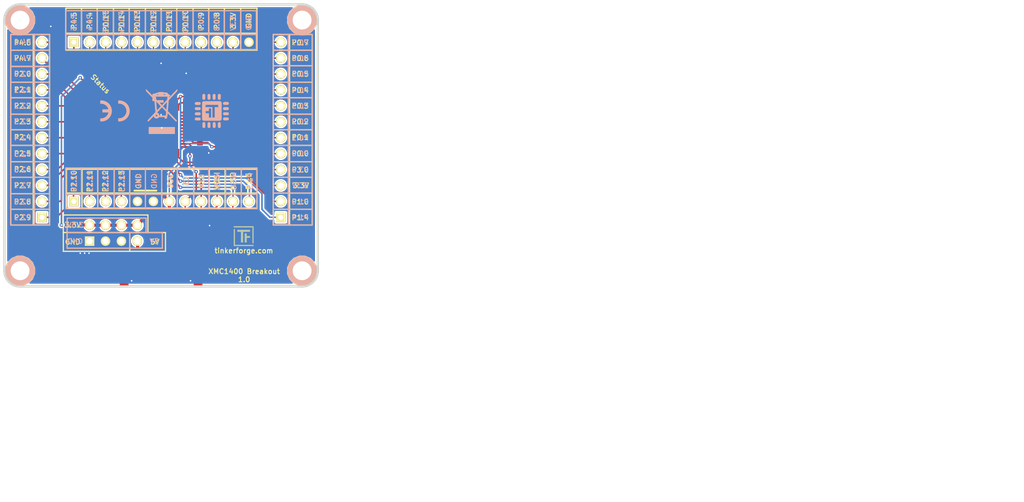
<source format=kicad_pcb>
(kicad_pcb (version 20171130) (host pcbnew 5.0.2-bee76a0~70~ubuntu18.04.1)
  (title_block (title "XMC1400 Breakout Board") (date 2017-02-07) (rev 1.0) (company "Tinkerforge GmbH") (comment 1 "Licensed under CERN OHL v.1.1") (comment 2 "Copyright (©) 2017, B.Nordmeyer <bastian@tinkerforge.com>"))
  (layers (0 Vorderseite signal) (31 Rückseite signal hide) (34 B.Paste user) (35 F.Paste user) (36 B.SilkS user) (37 F.SilkS user) (38 B.Mask user) (39 F.Mask user) (44 Edge.Cuts user))
  (net 0 "")
  (net 1 GND)
  (net 2 VCC)
  (net 3 "Net-(C1-Pad2)")
  (net 4 "Net-(D3-Pad2)")
  (net 5 S-MISO)
  (net 6 S-MOSI)
  (net 7 S-CLK)
  (net 8 S-CS)
  (net 9 "Net-(C9-Pad1)")
  (net 10 Pin13)
  (net 11 Pin14)
  (net 12 Pin15)
  (net 13 Pin16)
  (net 14 Pin21)
  (net 15 Pin22)
  (net 16 Pin1)
  (net 17 Pin12)
  (net 18 Pin11)
  (net 19 Pin10)
  (net 20 Pin9)
  (net 21 Pin8)
  (net 22 Pin7)
  (net 23 Pin6)
  (net 24 Pin5)
  (net 25 Pin4)
  (net 26 Pin3)
  (net 27 Pin2)
  (net 28 Pin48)
  (net 29 Pin39)
  (net 30 Pin40)
  (net 31 Pin43)
  (net 32 Pin44)
  (net 33 Pin45)
  (net 34 Pin46)
  (net 35 Pin47)
  (net 36 Pin41)
  (net 37 Pin42)
  (net 38 Pin29)
  (net 39 Pin30)
  (net 40 Pin31)
  (net 41 Pin32)
  (net 42 Pin33)
  (net 43 Pin34)
  (net 44 Pin35)
  (net 45 Pin36)
  (net 46 Pin26)
  (net 47 Pin28)
  (net 48 +5V)
  (net 49 "Net-(C7-Pad1)")
  (net 50 "Net-(P1-Pad4)")
  (net 51 "Net-(P1-Pad5)")
  (net 52 "Net-(P1-Pad6)")
  (module kicad-libraries:QFN48-EP2 (layer Vorderseite) (at 145.3 103.1 270)
    (fp_text reference U1)
    (fp_text value XMC1404)
    (pad EP smd rect (at 0 0 270) (size 3.5 3.5) (layers Vorderseite F.Paste F.Mask) (net 1 GND))
    (pad 48 smd rect (at -3.61188 2.74828) (size 0.29972 1.14808) (layers Vorderseite F.Paste F.Mask) (net 28 Pin48))
    (pad 47 smd rect (at -3.61188 2.2479) (size 0.29972 1.14808) (layers Vorderseite F.Paste F.Mask) (net 35 Pin47))
    (pad 46 smd rect (at -3.61188 1.74752) (size 0.29972 1.14808) (layers Vorderseite F.Paste F.Mask) (net 34 Pin46))
    (pad 45 smd rect (at -3.61188 1.24968) (size 0.29972 1.14808) (layers Vorderseite F.Paste F.Mask) (net 33 Pin45))
    (pad 44 smd rect (at -3.61188 0.7493) (size 0.29972 1.14808) (layers Vorderseite F.Paste F.Mask) (net 32 Pin44))
    (pad 43 smd rect (at -3.61188 0.24892) (size 0.29972 1.14808) (layers Vorderseite F.Paste F.Mask) (net 31 Pin43))
    (pad 42 smd rect (at -3.61188 -0.24892) (size 0.29972 1.14808) (layers Vorderseite F.Paste F.Mask) (net 37 Pin42))
    (pad 41 smd rect (at -3.61188 -0.7493) (size 0.29972 1.14808) (layers Vorderseite F.Paste F.Mask) (net 36 Pin41))
    (pad 40 smd rect (at -3.61188 -1.24968) (size 0.29972 1.14808) (layers Vorderseite F.Paste F.Mask) (net 30 Pin40))
    (pad 39 smd rect (at -3.61188 -1.74752) (size 0.29972 1.14808) (layers Vorderseite F.Paste F.Mask) (net 29 Pin39))
    (pad 38 smd rect (at -3.61188 -2.2479) (size 0.29972 1.14808) (layers Vorderseite F.Paste F.Mask) (net 2 VCC))
    (pad 37 smd rect (at -3.60934 -2.74828) (size 0.29972 1.15062) (layers Vorderseite F.Paste F.Mask) (net 1 GND))
    (pad 36 smd rect (at -2.74828 -3.61188 270) (size 0.29972 1.14808) (layers Vorderseite F.Paste F.Mask) (net 45 Pin36))
    (pad 35 smd rect (at -2.2479 -3.61188 270) (size 0.29972 1.14808) (layers Vorderseite F.Paste F.Mask) (net 44 Pin35))
    (pad 34 smd rect (at -1.74752 -3.61188 270) (size 0.29972 1.14808) (layers Vorderseite F.Paste F.Mask) (net 43 Pin34))
    (pad 33 smd rect (at -1.24968 -3.61188 270) (size 0.29972 1.14808) (layers Vorderseite F.Paste F.Mask) (net 42 Pin33))
    (pad 32 smd rect (at -0.7493 -3.61188 270) (size 0.29972 1.14808) (layers Vorderseite F.Paste F.Mask) (net 41 Pin32))
    (pad 31 smd rect (at -0.24892 -3.61188 270) (size 0.29972 1.14808) (layers Vorderseite F.Paste F.Mask) (net 40 Pin31))
    (pad 30 smd rect (at 0.24892 -3.61188 270) (size 0.29972 1.14808) (layers Vorderseite F.Paste F.Mask) (net 39 Pin30))
    (pad 29 smd rect (at 0.7493 -3.61188 270) (size 0.29972 1.14808) (layers Vorderseite F.Paste F.Mask) (net 38 Pin29))
    (pad 28 smd rect (at 1.24968 -3.61188 270) (size 0.29972 1.14808) (layers Vorderseite F.Paste F.Mask) (net 47 Pin28))
    (pad 27 smd rect (at 1.74752 -3.61188 270) (size 0.29972 1.14808) (layers Vorderseite F.Paste F.Mask) (net 2 VCC))
    (pad 26 smd rect (at 2.2479 -3.61188 270) (size 0.29972 1.14808) (layers Vorderseite F.Paste F.Mask) (net 46 Pin26))
    (pad 25 smd rect (at 2.74828 -3.61188 270) (size 0.29972 1.14808) (layers Vorderseite F.Paste F.Mask) (net 8 S-CS))
    (pad 24 smd rect (at 3.61188 -2.74828 180) (size 0.29972 1.14808) (layers Vorderseite F.Paste F.Mask) (net 6 S-MOSI))
    (pad 23 smd rect (at 3.61188 -2.2479 180) (size 0.29972 1.14808) (layers Vorderseite F.Paste F.Mask) (net 7 S-CLK))
    (pad 22 smd rect (at 3.61188 -1.74752 180) (size 0.29972 1.14808) (layers Vorderseite F.Paste F.Mask) (net 15 Pin22))
    (pad 21 smd rect (at 3.61188 -1.24968 180) (size 0.29972 1.14808) (layers Vorderseite F.Paste F.Mask) (net 14 Pin21))
    (pad 20 smd rect (at 3.61188 -0.7493 180) (size 0.29972 1.14808) (layers Vorderseite F.Paste F.Mask) (net 5 S-MISO))
    (pad 19 smd rect (at 3.61188 -0.24892 180) (size 0.29972 1.14808) (layers Vorderseite F.Paste F.Mask) (net 2 VCC))
    (pad 18 smd rect (at 3.61188 0.24892 180) (size 0.29972 1.14808) (layers Vorderseite F.Paste F.Mask) (net 2 VCC))
    (pad 17 smd rect (at 3.61188 0.7493 180) (size 0.29972 1.14808) (layers Vorderseite F.Paste F.Mask) (net 1 GND))
    (pad 16 smd rect (at 3.61188 1.24968 180) (size 0.29972 1.14808) (layers Vorderseite F.Paste F.Mask) (net 13 Pin16))
    (pad 15 smd rect (at 3.61188 1.74752 180) (size 0.29972 1.14808) (layers Vorderseite F.Paste F.Mask) (net 12 Pin15))
    (pad 14 smd rect (at 3.61188 2.2479 180) (size 0.29972 1.14808) (layers Vorderseite F.Paste F.Mask) (net 11 Pin14))
    (pad 13 smd rect (at 3.61188 2.74828 180) (size 0.29972 1.14808) (layers Vorderseite F.Paste F.Mask) (net 10 Pin13))
    (pad 12 smd rect (at 2.74828 3.61188 90) (size 0.29972 1.14808) (layers Vorderseite F.Paste F.Mask) (net 17 Pin12))
    (pad 11 smd rect (at 2.2479 3.61188 90) (size 0.29972 1.14808) (layers Vorderseite F.Paste F.Mask) (net 18 Pin11))
    (pad 10 smd rect (at 1.74752 3.61188 90) (size 0.29972 1.14808) (layers Vorderseite F.Paste F.Mask) (net 19 Pin10))
    (pad 9 smd rect (at 1.24968 3.61188 90) (size 0.29972 1.14808) (layers Vorderseite F.Paste F.Mask) (net 20 Pin9))
    (pad 8 smd rect (at 0.7493 3.61188 90) (size 0.29972 1.14808) (layers Vorderseite F.Paste F.Mask) (net 21 Pin8))
    (pad 7 smd rect (at 0.24892 3.61188 90) (size 0.29972 1.14808) (layers Vorderseite F.Paste F.Mask) (net 22 Pin7))
    (pad 6 smd rect (at -0.24892 3.61188 90) (size 0.29972 1.14808) (layers Vorderseite F.Paste F.Mask) (net 23 Pin6))
    (pad 5 smd rect (at -0.7493 3.61188 90) (size 0.29972 1.14808) (layers Vorderseite F.Paste F.Mask) (net 24 Pin5))
    (pad 4 smd rect (at -1.24968 3.61188 90) (size 0.29972 1.14808) (layers Vorderseite F.Paste F.Mask) (net 25 Pin4))
    (pad 3 smd rect (at -1.74752 3.61188 90) (size 0.29972 1.14808) (layers Vorderseite F.Paste F.Mask) (net 26 Pin3))
    (pad 2 smd rect (at -2.2479 3.61188 90) (size 0.29972 1.14808) (layers Vorderseite F.Paste F.Mask) (net 27 Pin2))
    (pad 1 smd rect (at -2.74828 3.61188 90) (size 0.29972 1.14808) (layers Vorderseite F.Paste F.Mask) (net 16 Pin1))
  )
  (module kicad-libraries:Logo_CoMCU (layer Rückseite) (at 153.4 100.1 180)
    (fp_text reference G*** hide)
    (fp_text value LOGO hide)
  )
  (module kicad-libraries:Fiducial_Mark (layer Vorderseite) (at 131 93)
    (fp_text reference Fiducial_Mark hide)
    (fp_text value VAL** hide)
    (pad 1 smd circle (at 0 0) (size 1.00076 1.00076) (layers Vorderseite F.Paste F.Mask) (clearance 0.65024))
  )
  (module kicad-libraries:Fiducial_Mark (layer Vorderseite) (at 163 86)
    (fp_text reference Fiducial_Mark hide)
    (fp_text value VAL** hide)
    (pad 1 smd circle (at 0 0) (size 1.00076 1.00076) (layers Vorderseite F.Paste F.Mask) (clearance 0.65024))
  )
  (module kicad-libraries:Fiducial_Mark (layer Vorderseite) (at 128 120)
    (fp_text reference Fiducial_Mark hide)
    (fp_text value VAL** hide)
    (pad 1 smd circle (at 0 0) (size 1.00076 1.00076) (layers Vorderseite F.Paste F.Mask) (clearance 0.65024))
  )
  (module kicad-libraries:CE_5mm (layer Rückseite) (at 137.9 100.1 180)
    (fp_text reference VAL hide)
    (fp_text value CE_5mm hide)
  )
  (module kicad-libraries:Logo_31x31 (layer Vorderseite) (at 156.9 118.5)
    (fp_text reference G*** hide)
    (fp_text value Logo_31x31 hide)
  )
  (module kicad-libraries:CRYSTAL_3225 (layer Vorderseite) (at 147.305 93.3)
    (fp_text reference X1)
    (fp_text value 16MHz)
    (pad 3 smd rect (at -1.09982 -0.8001) (size 1.39954 1.15062) (layers Vorderseite F.Paste F.Mask) (net 1 GND))
    (pad 2 smd rect (at 1.09982 -0.8001) (size 1.39954 1.15062) (layers Vorderseite F.Paste F.Mask) (net 36 Pin41))
    (pad 1 smd rect (at -1.09982 0.8001) (size 1.39954 1.15062) (layers Vorderseite F.Paste F.Mask) (net 9 "Net-(C9-Pad1)"))
    (pad 3 smd rect (at 1.09982 0.8001) (size 1.39954 1.15062) (layers Vorderseite F.Paste F.Mask) (net 1 GND))
  )
  (module kicad-libraries:SolderJumper (layer Vorderseite) (at 128.932843 85.379289)
    (fp_text reference P2)
    (fp_text value BOOT)
    (pad 2 smd rect (at 0.55 0) (size 0.3 1.4) (layers Vorderseite F.Mask) (net 16 Pin1))
    (pad 2 smd rect (at 0.15 0) (size 0.6 0.5) (layers Vorderseite F.Mask) (net 16 Pin1))
    (pad 1 smd rect (at -0.5 0) (size 0.4 1.4) (layers Vorderseite F.Mask) (net 1 GND))
    (pad 1 smd rect (at -0.225 0.55) (size 0.95 0.3) (layers Vorderseite F.Mask) (net 1 GND))
    (pad 1 smd rect (at -0.225 -0.55) (size 0.95 0.3) (layers Vorderseite F.Mask) (net 1 GND))
  )
  (module C0603F (layer Vorderseite) (at 137.5 124.6 270)
    (fp_text reference C1)
    (fp_text value 1uF)
    (pad 1 smd rect (at -0.75 0 270) (size 0.9 0.9) (layers Vorderseite F.Paste F.Mask) (net 1 GND))
    (pad 2 smd rect (at 0.75 0 270) (size 0.9 0.9) (layers Vorderseite F.Paste F.Mask) (net 3 "Net-(C1-Pad2)"))
  )
  (module C0603F (layer Vorderseite) (at 133.1 124.6 270)
    (fp_text reference C2)
    (fp_text value 1uF)
    (pad 1 smd rect (at -0.75 0 270) (size 0.9 0.9) (layers Vorderseite F.Paste F.Mask) (net 1 GND))
    (pad 2 smd rect (at 0.75 0 270) (size 0.9 0.9) (layers Vorderseite F.Paste F.Mask) (net 2 VCC))
  )
  (module C0603F (layer Vorderseite) (at 150.4 97.8)
    (fp_text reference C3)
    (fp_text value 100nF)
    (pad 1 smd rect (at -0.75 0) (size 0.9 0.9) (layers Vorderseite F.Paste F.Mask) (net 2 VCC))
    (pad 2 smd rect (at 0.75 0) (size 0.9 0.9) (layers Vorderseite F.Paste F.Mask) (net 1 GND))
  )
  (module C0603F (layer Vorderseite) (at 144.6 111.85 180)
    (fp_text reference C4)
    (fp_text value 100nF)
    (pad 1 smd rect (at -0.75 0 180) (size 0.9 0.9) (layers Vorderseite F.Paste F.Mask) (net 2 VCC))
    (pad 2 smd rect (at 0.75 0 180) (size 0.9 0.9) (layers Vorderseite F.Paste F.Mask) (net 1 GND))
  )
  (module C0603F (layer Vorderseite) (at 151.5 105.9 270)
    (fp_text reference C5)
    (fp_text value 100nF)
    (pad 1 smd rect (at -0.75 0 270) (size 0.9 0.9) (layers Vorderseite F.Paste F.Mask) (net 2 VCC))
    (pad 2 smd rect (at 0.75 0 270) (size 0.9 0.9) (layers Vorderseite F.Paste F.Mask) (net 1 GND))
  )
  (module C0603F (layer Vorderseite) (at 144.6 110.55 180)
    (fp_text reference C6)
    (fp_text value 220nF)
    (pad 1 smd rect (at -0.75 0 180) (size 0.9 0.9) (layers Vorderseite F.Paste F.Mask) (net 2 VCC))
    (pad 2 smd rect (at 0.75 0 180) (size 0.9 0.9) (layers Vorderseite F.Paste F.Mask) (net 1 GND))
  )
  (module C0603F (layer Vorderseite) (at 150.005 93.3 270)
    (fp_text reference C8)
    (fp_text value 10pF)
    (pad 1 smd rect (at -0.75 0 270) (size 0.9 0.9) (layers Vorderseite F.Paste F.Mask) (net 36 Pin41))
    (pad 2 smd rect (at 0.75 0 270) (size 0.9 0.9) (layers Vorderseite F.Paste F.Mask) (net 1 GND))
  )
  (module C0603F (layer Vorderseite) (at 144.605 93.3 90)
    (fp_text reference C9)
    (fp_text value 10pF)
    (pad 1 smd rect (at -0.75 0 90) (size 0.9 0.9) (layers Vorderseite F.Paste F.Mask) (net 9 "Net-(C9-Pad1)"))
    (pad 2 smd rect (at 0.75 0 90) (size 0.9 0.9) (layers Vorderseite F.Paste F.Mask) (net 1 GND))
  )
  (module D0603E (layer Vorderseite) (at 134.555 96.75 315)
    (fp_text reference D3)
    (fp_text value blue)
    (pad 1 smd rect (at -0.850099 0 315) (size 1.1 1) (layers Vorderseite F.Paste F.Mask) (net 2 VCC))
    (pad 2 smd rect (at 0.850099 0 315) (size 1.1 1) (layers Vorderseite F.Paste F.Mask) (net 4 "Net-(D3-Pad2)"))
  )
  (module C0603F (layer Vorderseite) (at 135.3 125.4)
    (fp_text reference FB1)
    (fp_text value FILTER)
    (pad 1 smd rect (at -0.75 0) (size 0.9 0.9) (layers Vorderseite F.Paste F.Mask) (net 2 VCC))
    (pad 2 smd rect (at 0.75 0) (size 0.9 0.9) (layers Vorderseite F.Paste F.Mask) (net 3 "Net-(C1-Pad2)"))
  )
  (module CON-SENSOR2 (layer Vorderseite) (at 145.3 128.1)
    (fp_text reference P1)
    (fp_text value CON-SENSOR2)
    (pad 1 smd rect (at -3.75 -4.6) (size 0.6 1.8) (layers Vorderseite F.Paste F.Mask) (net 48 +5V))
    (pad 2 smd rect (at -2.5 -4.6) (size 0.6 1.8) (layers Vorderseite F.Paste F.Mask) (net 1 GND))
    (pad EP smd rect (at -5.9 -1.2) (size 1.4 2.4) (layers Vorderseite F.Paste F.Mask) (net 1 GND))
    (pad EP smd rect (at 5.9 -1.2) (size 1.4 2.4) (layers Vorderseite F.Paste F.Mask) (net 1 GND))
    (pad 3 smd rect (at -1.25 -4.6) (size 0.6 1.8) (layers Vorderseite F.Paste F.Mask) (net 3 "Net-(C1-Pad2)"))
    (pad 4 smd rect (at 0 -4.6) (size 0.6 1.8) (layers Vorderseite F.Paste F.Mask) (net 50 "Net-(P1-Pad4)"))
    (pad 5 smd rect (at 1.25 -4.6) (size 0.6 1.8) (layers Vorderseite F.Paste F.Mask) (net 51 "Net-(P1-Pad5)"))
    (pad 6 smd rect (at 2.5 -4.6) (size 0.6 1.8) (layers Vorderseite F.Paste F.Mask) (net 52 "Net-(P1-Pad6)"))
    (pad 7 smd rect (at 3.75 -4.6) (size 0.6 1.8) (layers Vorderseite F.Paste F.Mask) (net 49 "Net-(C7-Pad1)"))
  )
  (module R0603F (layer Vorderseite) (at 138.365 98.655 180)
    (fp_text reference R1)
    (fp_text value 1k)
    (pad 1 smd rect (at -0.75 0 180) (size 0.9 0.9) (layers Vorderseite F.Paste F.Mask) (net 28 Pin48))
    (pad 2 smd rect (at 0.75 0 180) (size 0.9 0.9) (layers Vorderseite F.Paste F.Mask) (net 4 "Net-(D3-Pad2)"))
  )
  (module R0402E (layer Vorderseite) (at 145.35 95.48)
    (fp_text reference R9)
    (fp_text value DNP)
    (pad 1 smd rect (at -0.65 0) (size 0.7 0.9) (layers Vorderseite F.Paste F.Mask) (net 37 Pin42))
    (pad 2 smd rect (at 0.65 0) (size 0.7 0.9) (layers Vorderseite F.Paste F.Mask) (net 9 "Net-(C9-Pad1)"))
  )
  (module DRILL_NP (layer Vorderseite) (at 122.8 85.6 270)
    (fp_text reference U2 hide)
    (fp_text value DRILL hide)
    (pad "" np_thru_hole circle (at 0 0 270) (size 2.99974 2.99974) (drill 2.99974) (layers *.Cu *.Mask F.SilkS) (clearance 0.89916))
  )
  (module DRILL_NP (layer Vorderseite) (at 122.8 125.6 90)
    (fp_text reference U3 hide)
    (fp_text value DRILL hide)
    (pad "" np_thru_hole circle (at 0 0 90) (size 2.99974 2.99974) (drill 2.99974) (layers *.Cu *.Mask F.SilkS) (clearance 0.89916))
  )
  (module DRILL_NP (layer Vorderseite) (at 167.8 125.6 90)
    (fp_text reference U4 hide)
    (fp_text value DRILL hide)
    (pad "" np_thru_hole circle (at 0 0 90) (size 2.99974 2.99974) (drill 2.99974) (layers *.Cu *.Mask F.SilkS) (clearance 0.89916))
  )
  (module DRILL_NP (layer Vorderseite) (at 167.8 85.6)
    (fp_text reference U5 hide)
    (fp_text value DRILL hide)
    (pad "" np_thru_hole circle (at 0 0) (size 2.99974 2.99974) (drill 2.99974) (layers *.Cu *.Mask F.SilkS) (clearance 0.89916))
  )
  (module kicad-libraries:pin_array_12 (layer Vorderseite) (at 145.35 89.13)
    (fp_text reference P3)
    (fp_text value CONN_01X12)
    (pad 1 thru_hole rect (at -13.97 0) (size 1.524 1.524) (drill 0.8128) (layers *.Cu *.Mask F.SilkS) (net 28 Pin48))
    (pad 2 thru_hole circle (at -11.43 0) (size 1.524 1.524) (drill 1.016) (layers *.Cu *.Mask F.SilkS) (net 35 Pin47))
    (pad 3 thru_hole circle (at -8.89 0) (size 1.524 1.524) (drill 1.016) (layers *.Cu *.Mask F.SilkS) (net 34 Pin46))
    (pad 4 thru_hole circle (at -6.35 0) (size 1.524 1.524) (drill 1.016) (layers *.Cu *.Mask F.SilkS) (net 33 Pin45))
    (pad 5 thru_hole circle (at -3.81 0) (size 1.524 1.524) (drill 1.016) (layers *.Cu *.Mask F.SilkS) (net 32 Pin44))
    (pad 6 thru_hole circle (at -1.27 0) (size 1.524 1.524) (drill 1.016) (layers *.Cu *.Mask F.SilkS) (net 31 Pin43))
    (pad 7 thru_hole circle (at 1.27 0) (size 1.524 1.524) (drill 1.016) (layers *.Cu *.Mask F.SilkS) (net 37 Pin42))
    (pad 8 thru_hole circle (at 3.81 0) (size 1.524 1.524) (drill 1.016) (layers *.Cu *.Mask F.SilkS) (net 36 Pin41))
    (pad 9 thru_hole circle (at 6.35 0) (size 1.524 1.524) (drill 1.016) (layers *.Cu *.Mask F.SilkS) (net 30 Pin40))
    (pad 10 thru_hole circle (at 8.89 0) (size 1.524 1.524) (drill 1.016) (layers *.Cu *.Mask F.SilkS) (net 29 Pin39))
    (pad 11 thru_hole circle (at 11.43 0) (size 1.524 1.524) (drill 1.016) (layers *.Cu *.Mask F.SilkS) (net 2 VCC))
    (pad 12 thru_hole circle (at 13.97 0) (size 1.524 1.524) (drill 1.016) (layers *.Cu *.Mask F.SilkS) (net 1 GND))
  )
  (module kicad-libraries:pin_array_12 (layer Vorderseite) (at 126.3 103.1 90)
    (fp_text reference P4)
    (fp_text value CONN_01X12)
    (pad 1 thru_hole rect (at -13.97 0 90) (size 1.524 1.524) (drill 0.8128) (layers *.Cu *.Mask F.SilkS) (net 17 Pin12))
    (pad 2 thru_hole circle (at -11.43 0 90) (size 1.524 1.524) (drill 1.016) (layers *.Cu *.Mask F.SilkS) (net 18 Pin11))
    (pad 3 thru_hole circle (at -8.89 0 90) (size 1.524 1.524) (drill 1.016) (layers *.Cu *.Mask F.SilkS) (net 19 Pin10))
    (pad 4 thru_hole circle (at -6.35 0 90) (size 1.524 1.524) (drill 1.016) (layers *.Cu *.Mask F.SilkS) (net 20 Pin9))
    (pad 5 thru_hole circle (at -3.81 0 90) (size 1.524 1.524) (drill 1.016) (layers *.Cu *.Mask F.SilkS) (net 21 Pin8))
    (pad 6 thru_hole circle (at -1.27 0 90) (size 1.524 1.524) (drill 1.016) (layers *.Cu *.Mask F.SilkS) (net 22 Pin7))
    (pad 7 thru_hole circle (at 1.27 0 90) (size 1.524 1.524) (drill 1.016) (layers *.Cu *.Mask F.SilkS) (net 23 Pin6))
    (pad 8 thru_hole circle (at 3.81 0 90) (size 1.524 1.524) (drill 1.016) (layers *.Cu *.Mask F.SilkS) (net 24 Pin5))
    (pad 9 thru_hole circle (at 6.35 0 90) (size 1.524 1.524) (drill 1.016) (layers *.Cu *.Mask F.SilkS) (net 25 Pin4))
    (pad 10 thru_hole circle (at 8.89 0 90) (size 1.524 1.524) (drill 1.016) (layers *.Cu *.Mask F.SilkS) (net 26 Pin3))
    (pad 11 thru_hole circle (at 11.43 0 90) (size 1.524 1.524) (drill 1.016) (layers *.Cu *.Mask F.SilkS) (net 27 Pin2))
    (pad 12 thru_hole circle (at 13.97 0 90) (size 1.524 1.524) (drill 1.016) (layers *.Cu *.Mask F.SilkS) (net 16 Pin1))
  )
  (module kicad-libraries:pin_array_12 (layer Vorderseite) (at 145.35 114.53)
    (fp_text reference P5)
    (fp_text value CONN_01X12)
    (pad 1 thru_hole rect (at -13.97 0) (size 1.524 1.524) (drill 0.8128) (layers *.Cu *.Mask F.SilkS) (net 10 Pin13))
    (pad 2 thru_hole circle (at -11.43 0) (size 1.524 1.524) (drill 1.016) (layers *.Cu *.Mask F.SilkS) (net 11 Pin14))
    (pad 3 thru_hole circle (at -8.89 0) (size 1.524 1.524) (drill 1.016) (layers *.Cu *.Mask F.SilkS) (net 12 Pin15))
    (pad 4 thru_hole circle (at -6.35 0) (size 1.524 1.524) (drill 1.016) (layers *.Cu *.Mask F.SilkS) (net 13 Pin16))
    (pad 5 thru_hole circle (at -3.81 0) (size 1.524 1.524) (drill 1.016) (layers *.Cu *.Mask F.SilkS) (net 1 GND))
    (pad 6 thru_hole circle (at -1.27 0) (size 1.524 1.524) (drill 1.016) (layers *.Cu *.Mask F.SilkS) (net 1 GND))
    (pad 7 thru_hole circle (at 1.27 0) (size 1.524 1.524) (drill 1.016) (layers *.Cu *.Mask F.SilkS) (net 2 VCC))
    (pad 8 thru_hole circle (at 3.81 0) (size 1.524 1.524) (drill 1.016) (layers *.Cu *.Mask F.SilkS) (net 8 S-CS))
    (pad 9 thru_hole circle (at 6.35 0) (size 1.524 1.524) (drill 1.016) (layers *.Cu *.Mask F.SilkS) (net 7 S-CLK))
    (pad 10 thru_hole circle (at 8.89 0) (size 1.524 1.524) (drill 1.016) (layers *.Cu *.Mask F.SilkS) (net 6 S-MOSI))
    (pad 11 thru_hole circle (at 11.43 0) (size 1.524 1.524) (drill 1.016) (layers *.Cu *.Mask F.SilkS) (net 5 S-MISO))
    (pad 12 thru_hole circle (at 13.97 0) (size 1.524 1.524) (drill 1.016) (layers *.Cu *.Mask F.SilkS) (net 14 Pin21))
  )
  (module kicad-libraries:pin_array_12 (layer Vorderseite) (at 164.4 103.1 90)
    (fp_text reference P6)
    (fp_text value CONN_01X12)
    (pad 1 thru_hole rect (at -13.97 0 90) (size 1.524 1.524) (drill 0.8128) (layers *.Cu *.Mask F.SilkS) (net 15 Pin22))
    (pad 2 thru_hole circle (at -11.43 0 90) (size 1.524 1.524) (drill 1.016) (layers *.Cu *.Mask F.SilkS) (net 46 Pin26))
    (pad 3 thru_hole circle (at -8.89 0 90) (size 1.524 1.524) (drill 1.016) (layers *.Cu *.Mask F.SilkS) (net 2 VCC))
    (pad 4 thru_hole circle (at -6.35 0 90) (size 1.524 1.524) (drill 1.016) (layers *.Cu *.Mask F.SilkS) (net 47 Pin28))
    (pad 5 thru_hole circle (at -3.81 0 90) (size 1.524 1.524) (drill 1.016) (layers *.Cu *.Mask F.SilkS) (net 38 Pin29))
    (pad 6 thru_hole circle (at -1.27 0 90) (size 1.524 1.524) (drill 1.016) (layers *.Cu *.Mask F.SilkS) (net 39 Pin30))
    (pad 7 thru_hole circle (at 1.27 0 90) (size 1.524 1.524) (drill 1.016) (layers *.Cu *.Mask F.SilkS) (net 40 Pin31))
    (pad 8 thru_hole circle (at 3.81 0 90) (size 1.524 1.524) (drill 1.016) (layers *.Cu *.Mask F.SilkS) (net 41 Pin32))
    (pad 9 thru_hole circle (at 6.35 0 90) (size 1.524 1.524) (drill 1.016) (layers *.Cu *.Mask F.SilkS) (net 42 Pin33))
    (pad 10 thru_hole circle (at 8.89 0 90) (size 1.524 1.524) (drill 1.016) (layers *.Cu *.Mask F.SilkS) (net 43 Pin34))
    (pad 11 thru_hole circle (at 11.43 0 90) (size 1.524 1.524) (drill 1.016) (layers *.Cu *.Mask F.SilkS) (net 44 Pin35))
    (pad 12 thru_hole circle (at 13.97 0 90) (size 1.524 1.524) (drill 1.016) (layers *.Cu *.Mask F.SilkS) (net 45 Pin36))
  )
  (module kicad-libraries:pin_array_4x2 (layer Vorderseite) (at 137.7 119.6)
    (fp_text reference P7)
    (fp_text value CONN_02X04 hide)
    (pad 1 thru_hole rect (at -3.81 1.27) (size 1.524 1.524) (drill 1.016) (layers *.Cu *.Mask F.SilkS) (net 1 GND))
    (pad 2 thru_hole circle (at -3.81 -1.27) (size 1.524 1.524) (drill 1.016) (layers *.Cu *.Mask F.SilkS) (net 2 VCC))
    (pad 3 thru_hole circle (at -1.27 1.27) (size 1.524 1.524) (drill 1.016) (layers *.Cu *.Mask F.SilkS) (net 1 GND))
    (pad 4 thru_hole circle (at -1.27 -1.27) (size 1.524 1.524) (drill 1.016) (layers *.Cu *.Mask F.SilkS) (net 2 VCC))
    (pad 5 thru_hole circle (at 1.27 1.27) (size 1.524 1.524) (drill 1.016) (layers *.Cu *.Mask F.SilkS) (net 1 GND))
    (pad 6 thru_hole circle (at 1.27 -1.27) (size 1.524 1.524) (drill 1.016) (layers *.Cu *.Mask F.SilkS) (net 2 VCC))
    (pad 7 thru_hole circle (at 3.81 1.27) (size 1.524 1.524) (drill 1.016) (layers *.Cu *.Mask F.SilkS) (net 48 +5V))
    (pad 8 thru_hole circle (at 3.81 -1.27) (size 1.524 1.524) (drill 1.016) (layers *.Cu *.Mask F.SilkS) (net 2 VCC))
  )
  (module kicad-libraries:WEEE_7mm (layer Rückseite) (at 145.4 100.2 180)
    (fp_text reference VAL hide)
    (fp_text value WEEE_7mm hide)
  )
  (module kicad-libraries:C0402F (layer Vorderseite) (at 152.9 119.3 90)
    (fp_text reference C7)
    (fp_text value 220pF)
    (pad 2 smd rect (at 0.5 0 90) (size 0.6 0.7) (layers Vorderseite F.Paste F.Mask) (net 1 GND))
    (pad 1 smd rect (at -0.5 0 90) (size 0.6 0.7) (layers Vorderseite F.Paste F.Mask) (net 49 "Net-(C7-Pad1)"))
  )
  (module kicad-libraries:4X0402 (layer Vorderseite) (at 151.2 119.3)
    (fp_text reference RP1)
    (fp_text value 82)
    (pad 1 smd rect (at -0.7493 0.575 180) (size 0.29972 0.65) (layers Vorderseite F.Paste F.Mask) (net 50 "Net-(P1-Pad4)"))
    (pad 2 smd rect (at -0.24892 0.575 180) (size 0.29972 0.65) (layers Vorderseite F.Paste F.Mask) (net 51 "Net-(P1-Pad5)"))
    (pad 3 smd rect (at 0.24892 0.575 180) (size 0.29972 0.65) (layers Vorderseite F.Paste F.Mask) (net 52 "Net-(P1-Pad6)"))
    (pad 4 smd rect (at 0.7493 0.575 180) (size 0.29972 0.65) (layers Vorderseite F.Paste F.Mask) (net 49 "Net-(C7-Pad1)"))
    (pad 5 smd rect (at 0.7493 -0.575) (size 0.29972 0.65) (layers Vorderseite F.Paste F.Mask) (net 5 S-MISO))
    (pad 6 smd rect (at 0.24892 -0.575) (size 0.29972 0.65) (layers Vorderseite F.Paste F.Mask) (net 6 S-MOSI))
    (pad 7 smd rect (at -0.24892 -0.575) (size 0.29972 0.65) (layers Vorderseite F.Paste F.Mask) (net 7 S-CLK))
    (pad 8 smd rect (at -0.7493 -0.575) (size 0.29972 0.65) (layers Vorderseite F.Paste F.Mask) (net 8 S-CS))
  )
  (gr_line (start 124.9 118.3) (end 124.9 87.9) (layer F.SilkS) (width 0.2))
  (gr_line (start 165.8 87.9) (end 165.8 118.3) (layer F.SilkS) (width 0.2))
  (gr_line (start 130.1 87.7) (end 160.6 87.7) (layer F.SilkS) (width 0.2))
  (gr_line (start 145.4 109.5) (end 145.4 109.4) (layer F.SilkS) (width 0.2))
  (gr_line (start 145.4 109.7) (end 145.4 109.5) (layer F.SilkS) (width 0.2))
  (gr_line (start 145.4 115.6) (end 145.4 112.6) (layer F.SilkS) (width 0.2))
  (gr_line (start 145.3 90.4) (end 145.3 83.7) (layer F.SilkS) (width 0.2))
  (gr_line (start 158 90.4) (end 158 83.7) (layer F.SilkS) (width 0.2))
  (gr_line (start 155.4 83.7) (end 155.4 90.4) (layer F.SilkS) (width 0.2))
  (gr_line (start 152.9 90.4) (end 152.9 83.7) (layer F.SilkS) (width 0.2))
  (gr_line (start 150.4 83.7) (end 150.4 90.4) (layer F.SilkS) (width 0.2))
  (gr_line (start 147.8 90.4) (end 147.8 83.7) (layer F.SilkS) (width 0.2))
  (gr_line (start 145.4 90.4) (end 147.8 90.4) (layer F.SilkS) (width 0.2))
  (gr_line (start 142.8 90.4) (end 142.8 83.7) (layer F.SilkS) (width 0.2))
  (gr_line (start 140.2 90.4) (end 140.2 83.7) (layer F.SilkS) (width 0.2))
  (gr_line (start 137.7 83.7) (end 137.7 90.4) (layer F.SilkS) (width 0.2))
  (gr_line (start 135.1 90.4) (end 135.1 83.7) (layer F.SilkS) (width 0.2))
  (gr_line (start 132.6 83.7) (end 132.6 90.4) (layer F.SilkS) (width 0.2))
  (gr_line (start 130.1 83.7) (end 130.1 90.4) (layer F.SilkS) (width 0.2))
  (gr_line (start 160.6 90.4) (end 160.6 83.7) (layer F.SilkS) (width 0.2))
  (gr_line (start 130.2 90.4) (end 160.6 90.4) (layer F.SilkS) (width 0.2))
  (gr_line (start 160.6 83.7) (end 130.2 83.7) (layer F.SilkS) (width 0.2))
  (gr_line (start 121.4 98) (end 127.5 98) (layer F.SilkS) (width 0.2))
  (gr_line (start 127.5 100.6) (end 121.3 100.6) (layer F.SilkS) (width 0.2))
  (gr_line (start 127.5 118.3) (end 127.5 87.9) (layer F.SilkS) (width 0.2))
  (gr_line (start 127.5 105.6) (end 121.3 105.6) (layer F.SilkS) (width 0.2))
  (gr_line (start 127.5 87.9) (end 121.3 87.9) (layer F.SilkS) (width 0.2))
  (gr_line (start 127.5 115.8) (end 121.3 115.8) (layer F.SilkS) (width 0.2))
  (gr_line (start 121.3 118.3) (end 127.5 118.3) (layer F.SilkS) (width 0.2))
  (gr_line (start 127.5 95.5) (end 121.3 95.5) (layer F.SilkS) (width 0.2))
  (gr_line (start 121.3 87.9) (end 121.3 118.3) (layer F.SilkS) (width 0.2))
  (gr_line (start 127.5 90.4) (end 121.3 90.4) (layer F.SilkS) (width 0.2))
  (gr_line (start 121.3 93) (end 127.5 93) (layer F.SilkS) (width 0.2))
  (gr_line (start 127.5 113.3) (end 121.3 113.3) (layer F.SilkS) (width 0.2))
  (gr_line (start 127.5 110.7) (end 121.3 110.7) (layer F.SilkS) (width 0.2))
  (gr_line (start 127.5 108.2) (end 121.3 108.2) (layer F.SilkS) (width 0.2))
  (gr_line (start 127.5 103.1) (end 121.3 103.1) (layer F.SilkS) (width 0.2))
  (gr_line (start 169.3 108.2) (end 163.2 108.2) (layer F.SilkS) (width 0.2))
  (gr_line (start 163.2 105.6) (end 169.4 105.6) (layer F.SilkS) (width 0.2))
  (gr_line (start 163.2 87.9) (end 163.2 118.3) (layer F.SilkS) (width 0.2))
  (gr_line (start 163.2 100.6) (end 169.4 100.6) (layer F.SilkS) (width 0.2))
  (gr_line (start 163.2 118.3) (end 169.4 118.3) (layer F.SilkS) (width 0.2))
  (gr_line (start 163.2 90.4) (end 169.4 90.4) (layer F.SilkS) (width 0.2))
  (gr_line (start 169.4 87.9) (end 163.2 87.9) (layer F.SilkS) (width 0.2))
  (gr_line (start 163.2 110.7) (end 169.4 110.7) (layer F.SilkS) (width 0.2))
  (gr_line (start 169.4 118.3) (end 169.4 87.9) (layer F.SilkS) (width 0.2))
  (gr_line (start 163.2 115.8) (end 169.4 115.8) (layer F.SilkS) (width 0.2))
  (gr_line (start 169.4 113.2) (end 163.2 113.2) (layer F.SilkS) (width 0.2))
  (gr_line (start 163.2 92.9) (end 169.4 92.9) (layer F.SilkS) (width 0.2))
  (gr_line (start 163.2 95.5) (end 169.4 95.5) (layer F.SilkS) (width 0.2))
  (gr_line (start 163.2 98) (end 169.4 98) (layer F.SilkS) (width 0.2))
  (gr_line (start 163.2 103.1) (end 169.4 103.1) (layer F.SilkS) (width 0.2))
  (gr_line (start 150.5 109.5) (end 150.5 115.6) (layer F.SilkS) (width 0.2))
  (gr_line (start 147.9 115.6) (end 147.9 109.4) (layer F.SilkS) (width 0.2))
  (gr_line (start 130.2 115.6) (end 160.6 115.6) (layer F.SilkS) (width 0.2))
  (gr_line (start 160.6 115.6) (end 160.6 109.4) (layer F.SilkS) (width 0.2))
  (gr_line (start 132.7 115.6) (end 132.7 109.4) (layer F.SilkS) (width 0.2))
  (gr_line (start 160.6 113.2) (end 130.2 113.2) (layer F.SilkS) (width 0.2))
  (gr_line (start 130.2 109.4) (end 130.2 115.6) (layer F.SilkS) (width 0.2))
  (gr_line (start 153 115.6) (end 153 109.4) (layer F.SilkS) (width 0.2))
  (gr_line (start 160.6 109.4) (end 130.2 109.4) (layer F.SilkS) (width 0.2))
  (gr_line (start 158.1 115.6) (end 158.1 109.4) (layer F.SilkS) (width 0.2))
  (gr_line (start 155.5 109.4) (end 155.5 115.6) (layer F.SilkS) (width 0.2))
  (gr_line (start 135.2 115.6) (end 135.2 109.4) (layer F.SilkS) (width 0.2))
  (gr_line (start 137.8 115.6) (end 137.8 109.4) (layer F.SilkS) (width 0.2))
  (gr_line (start 140.3 115.6) (end 140.3 109.4) (layer F.SilkS) (width 0.2))
  (gr_text GND (at 159.3 86 90) (layer B.SilkS) (effects (font (size 0.8 0.8)) (justify mirror)))
  (gr_text 3.3V (at 156.8 86 90) (layer B.SilkS) (effects (font (size 0.8 0.8)) (justify mirror)))
  (gr_text P0.8 (at 154.2 86 90) (layer B.SilkS) (effects (font (size 0.8 0.8)) (justify mirror)))
  (gr_text P0.9 (at 151.7 86 90) (layer B.SilkS) (effects (font (size 0.8 0.8)) (justify mirror)))
  (gr_text P0.10 (at 149.2 86 90) (layer B.SilkS) (effects (font (size 0.8 0.8)) (justify mirror)))
  (gr_text P0.11 (at 146.6 86 90) (layer B.SilkS) (effects (font (size 0.8 0.8)) (justify mirror)))
  (gr_text P0.12 (at 144.1 86 90) (layer B.SilkS) (effects (font (size 0.8 0.8)) (justify mirror)))
  (gr_text P0.13 (at 141.5 86 90) (layer B.SilkS) (effects (font (size 0.8 0.8)) (justify mirror)))
  (gr_text P0.14 (at 139 86 90) (layer B.SilkS) (effects (font (size 0.8 0.8)) (justify mirror)))
  (gr_text P0.15 (at 136.5 86 90) (layer B.SilkS) (effects (font (size 0.8 0.8)) (justify mirror)))
  (gr_text P4.4 (at 133.9 86 90) (layer B.SilkS) (effects (font (size 0.8 0.8)) (justify mirror)))
  (gr_text P4.5 (at 131.4 86 90) (layer B.SilkS) (effects (font (size 0.8 0.8)) (justify mirror)))
  (gr_text P1.4 (at 167.5 117.1) (layer B.SilkS) (effects (font (size 0.8 0.8)) (justify mirror)))
  (gr_text P1.0 (at 167.5 114.6) (layer B.SilkS) (effects (font (size 0.8 0.8)) (justify mirror)))
  (gr_text 3.3V (at 167.5 112) (layer B.SilkS) (effects (font (size 0.8 0.8)) (justify mirror)))
  (gr_text P3.0 (at 167.5 109.5) (layer B.SilkS) (effects (font (size 0.8 0.8)) (justify mirror)))
  (gr_text P0.0 (at 167.5 106.9) (layer B.SilkS) (effects (font (size 0.8 0.8)) (justify mirror)))
  (gr_text P0.1 (at 167.5 104.4) (layer B.SilkS) (effects (font (size 0.8 0.8)) (justify mirror)))
  (gr_text P0.2 (at 167.5 101.8) (layer B.SilkS) (effects (font (size 0.8 0.8)) (justify mirror)))
  (gr_text P0.3 (at 167.5 99.3) (layer B.SilkS) (effects (font (size 0.8 0.8)) (justify mirror)))
  (gr_text P0.4 (at 167.5 96.8) (layer B.SilkS) (effects (font (size 0.8 0.8)) (justify mirror)))
  (gr_text P0.5 (at 167.5 94.2) (layer B.SilkS) (effects (font (size 0.8 0.8)) (justify mirror)))
  (gr_text P0.6 (at 167.5 91.7) (layer B.SilkS) (effects (font (size 0.8 0.8)) (justify mirror)))
  (gr_text P0.7 (at 167.5 89.2) (layer B.SilkS) (effects (font (size 0.8 0.8)) (justify mirror)))
  (gr_text P2.9 (at 123.2 117.1) (layer B.SilkS) (effects (font (size 0.8 0.8)) (justify mirror)))
  (gr_text P2.8 (at 123.2 114.6) (layer B.SilkS) (effects (font (size 0.8 0.8)) (justify mirror)))
  (gr_text P2.7 (at 123.2 112) (layer B.SilkS) (effects (font (size 0.8 0.8)) (justify mirror)))
  (gr_text P2.6 (at 123.2 109.5) (layer B.SilkS) (effects (font (size 0.8 0.8)) (justify mirror)))
  (gr_text P2.5 (at 123.2 107) (layer B.SilkS) (effects (font (size 0.8 0.8)) (justify mirror)))
  (gr_text P2.4 (at 123.2 104.4) (layer B.SilkS) (effects (font (size 0.8 0.8)) (justify mirror)))
  (gr_text P2.3 (at 123.2 101.8) (layer B.SilkS) (effects (font (size 0.8 0.8)) (justify mirror)))
  (gr_text P2.2 (at 123.2 99.3) (layer B.SilkS) (effects (font (size 0.8 0.8)) (justify mirror)))
  (gr_text P2.1 (at 123.2 96.8) (layer B.SilkS) (effects (font (size 0.8 0.8)) (justify mirror)))
  (gr_text P2.0 (at 123.2 94.2) (layer B.SilkS) (effects (font (size 0.8 0.8)) (justify mirror)))
  (gr_text P4.7 (at 123.2 91.7) (layer B.SilkS) (effects (font (size 0.8 0.8)) (justify mirror)))
  (gr_text P4.6 (at 123.2 89.1) (layer B.SilkS) (effects (font (size 0.8 0.8)) (justify mirror)))
  (gr_line (start 160.5 87.9) (end 130.1 87.9) (layer B.SilkS) (width 0.2))
  (gr_line (start 135.1 90.3) (end 135.1 84.1) (layer B.SilkS) (width 0.2))
  (gr_line (start 137.7 90.3) (end 137.7 84.1) (layer B.SilkS) (width 0.2))
  (gr_line (start 142.8 90.3) (end 142.8 84.1) (layer B.SilkS) (width 0.2))
  (gr_line (start 158 90.3) (end 158 84.1) (layer B.SilkS) (width 0.2))
  (gr_line (start 147.8 90.3) (end 147.8 84.1) (layer B.SilkS) (width 0.2))
  (gr_line (start 132.6 90.3) (end 132.6 84.1) (layer B.SilkS) (width 0.2))
  (gr_line (start 130.1 90.3) (end 160.5 90.3) (layer B.SilkS) (width 0.2))
  (gr_line (start 130.1 84.1) (end 130.1 90.3) (layer B.SilkS) (width 0.2))
  (gr_line (start 150.4 84.2) (end 150.4 90.3) (layer B.SilkS) (width 0.2))
  (gr_line (start 140.2 90.3) (end 140.2 84.1) (layer B.SilkS) (width 0.2))
  (gr_line (start 145.3 90.3) (end 145.3 84.1) (layer B.SilkS) (width 0.2))
  (gr_line (start 160.5 84.1) (end 130.1 84.1) (layer B.SilkS) (width 0.2))
  (gr_line (start 155.4 84.1) (end 155.4 90.3) (layer B.SilkS) (width 0.2))
  (gr_line (start 160.5 90.3) (end 160.5 84.1) (layer B.SilkS) (width 0.2))
  (gr_line (start 152.9 90.3) (end 152.9 84.1) (layer B.SilkS) (width 0.2))
  (gr_line (start 165.6 118.3) (end 165.6 87.9) (layer B.SilkS) (width 0.2))
  (gr_line (start 163.2 92.9) (end 169.4 92.9) (layer B.SilkS) (width 0.2))
  (gr_line (start 163.2 95.5) (end 169.4 95.5) (layer B.SilkS) (width 0.2))
  (gr_line (start 163.2 100.6) (end 169.4 100.6) (layer B.SilkS) (width 0.2))
  (gr_line (start 163.2 115.8) (end 169.4 115.8) (layer B.SilkS) (width 0.2))
  (gr_line (start 163.2 105.6) (end 169.4 105.6) (layer B.SilkS) (width 0.2))
  (gr_line (start 163.2 90.4) (end 169.4 90.4) (layer B.SilkS) (width 0.2))
  (gr_line (start 163.2 87.9) (end 163.2 118.3) (layer B.SilkS) (width 0.2))
  (gr_line (start 169.4 87.9) (end 163.2 87.9) (layer B.SilkS) (width 0.2))
  (gr_line (start 169.3 108.2) (end 163.2 108.2) (layer B.SilkS) (width 0.2))
  (gr_line (start 163.2 98) (end 169.4 98) (layer B.SilkS) (width 0.2))
  (gr_line (start 163.2 103.1) (end 169.4 103.1) (layer B.SilkS) (width 0.2))
  (gr_line (start 169.4 118.3) (end 169.4 87.9) (layer B.SilkS) (width 0.2))
  (gr_line (start 169.4 113.2) (end 163.2 113.2) (layer B.SilkS) (width 0.2))
  (gr_line (start 163.2 118.3) (end 169.4 118.3) (layer B.SilkS) (width 0.2))
  (gr_line (start 163.2 110.7) (end 169.4 110.7) (layer B.SilkS) (width 0.2))
  (gr_line (start 127.5 115.8) (end 121.3 115.8) (layer B.SilkS) (width 0.2))
  (gr_line (start 127.5 113.3) (end 121.3 113.3) (layer B.SilkS) (width 0.2))
  (gr_line (start 127.5 110.7) (end 121.3 110.7) (layer B.SilkS) (width 0.2))
  (gr_line (start 127.5 108.2) (end 121.3 108.2) (layer B.SilkS) (width 0.2))
  (gr_line (start 127.5 105.6) (end 121.3 105.6) (layer B.SilkS) (width 0.2))
  (gr_line (start 127.5 103.1) (end 121.3 103.1) (layer B.SilkS) (width 0.2))
  (gr_line (start 127.5 100.6) (end 121.3 100.6) (layer B.SilkS) (width 0.2))
  (gr_line (start 121.4 98) (end 127.5 98) (layer B.SilkS) (width 0.2))
  (gr_line (start 127.5 95.5) (end 121.3 95.5) (layer B.SilkS) (width 0.2))
  (gr_line (start 121.3 93) (end 127.5 93) (layer B.SilkS) (width 0.2))
  (gr_line (start 127.5 90.4) (end 121.3 90.4) (layer B.SilkS) (width 0.2))
  (gr_line (start 125.1 87.9) (end 125.1 118.3) (layer B.SilkS) (width 0.2))
  (gr_line (start 127.5 118.3) (end 127.5 87.9) (layer B.SilkS) (width 0.2))
  (gr_line (start 121.3 118.3) (end 127.5 118.3) (layer B.SilkS) (width 0.2))
  (gr_line (start 121.3 87.9) (end 121.3 118.3) (layer B.SilkS) (width 0.2))
  (gr_line (start 127.5 87.9) (end 121.3 87.9) (layer B.SilkS) (width 0.2))
  (gr_text P1.5 (at 159.5 111.3 90) (layer B.SilkS) (effects (font (size 0.8 0.8)) (justify mirror)))
  (gr_text MISO (at 156.9 111.3 90) (layer B.SilkS) (effects (font (size 0.8 0.8)) (justify mirror)))
  (gr_text MOSI (at 154.3 111.3 90) (layer B.SilkS) (effects (font (size 0.8 0.8)) (justify mirror)))
  (gr_text CLK (at 151.8 111.3 90) (layer B.SilkS) (effects (font (size 0.8 0.8)) (justify mirror)))
  (gr_text CS (at 149.3 111.3 90) (layer B.SilkS) (effects (font (size 0.8 0.8)) (justify mirror)))
  (gr_text VCC (at 146.8 111.3 90) (layer B.SilkS) (effects (font (size 0.8 0.8)) (justify mirror)))
  (gr_line (start 158.1 113.4) (end 158.1 115.7) (layer B.SilkS) (width 0.2))
  (gr_line (start 155.6 113.4) (end 155.6 115.7) (layer B.SilkS) (width 0.2))
  (gr_line (start 152.9 113.4) (end 152.9 115.7) (layer B.SilkS) (width 0.2))
  (gr_line (start 150.5 113.4) (end 150.5 115.7) (layer B.SilkS) (width 0.2))
  (gr_line (start 147.9 113.4) (end 147.9 115.7) (layer B.SilkS) (width 0.2))
  (gr_line (start 145.4 113.4) (end 145.4 115.7) (layer B.SilkS) (width 0.2))
  (gr_line (start 142.8 113.4) (end 142.8 115.7) (layer B.SilkS) (width 0.2))
  (gr_line (start 140.3 113.4) (end 140.3 115.7) (layer B.SilkS) (width 0.2))
  (gr_line (start 137.8 113.4) (end 137.8 115.7) (layer B.SilkS) (width 0.2))
  (gr_line (start 132.6 115.7) (end 132.6 109.2) (layer B.SilkS) (width 0.2))
  (gr_line (start 135.2 115.7) (end 135.2 109.2) (layer B.SilkS) (width 0.2))
  (gr_line (start 137.8 113.4) (end 137.8 109.2) (layer B.SilkS) (width 0.2))
  (gr_line (start 140.3 113.4) (end 140.3 109.2) (layer B.SilkS) (width 0.2))
  (gr_line (start 142.8 113.4) (end 142.8 109.2) (layer B.SilkS) (width 0.2))
  (gr_line (start 145.4 113.4) (end 145.4 109.2) (layer B.SilkS) (width 0.2))
  (gr_line (start 147.9 113.4) (end 147.9 109.2) (layer B.SilkS) (width 0.2))
  (gr_line (start 150.5 113.4) (end 150.5 109.3) (layer B.SilkS) (width 0.2))
  (gr_line (start 152.9 113.4) (end 152.9 109.3) (layer B.SilkS) (width 0.2))
  (gr_line (start 155.6 113.4) (end 155.6 109.2) (layer B.SilkS) (width 0.2))
  (gr_line (start 158.1 113.4) (end 158.1 109.3) (layer B.SilkS) (width 0.2))
  (gr_line (start 160.6 109.2) (end 160.6 113.4) (layer B.SilkS) (width 0.2))
  (gr_line (start 132.6 109.2) (end 160.6 109.2) (layer B.SilkS) (width 0.2))
  (gr_line (start 130.1 109.2) (end 132.6 109.2) (layer B.SilkS) (width 0.2))
  (gr_line (start 130.1 113.4) (end 130.1 109.2) (layer B.SilkS) (width 0.2))
  (gr_line (start 160.6 113.4) (end 160.6 115.7) (layer B.SilkS) (width 0.2))
  (gr_line (start 130.1 113.4) (end 130.1 115.6) (layer B.SilkS) (width 0.2))
  (gr_line (start 160.6 113.4) (end 130.1 113.4) (layer B.SilkS) (width 0.2))
  (gr_line (start 130.1 115.7) (end 160.6 115.7) (layer B.SilkS) (width 0.2))
  (gr_line (start 140.3 122.5) (end 140.3 119.5) (layer F.SilkS) (width 0.2))
  (gr_line (start 146 119.5) (end 143.2 119.5) (layer F.SilkS) (width 0.2))
  (gr_line (start 146 122.5) (end 146 119.5) (layer F.SilkS) (width 0.2))
  (gr_line (start 129.7 122.5) (end 146 122.5) (layer F.SilkS) (width 0.2))
  (gr_line (start 129.7 119.5) (end 129.7 122.5) (layer F.SilkS) (width 0.2))
  (gr_line (start 129.7 119.5) (end 129.7 116.7) (layer F.SilkS) (width 0.2))
  (gr_line (start 143.2 119.5) (end 129.7 119.5) (layer F.SilkS) (width 0.2))
  (gr_line (start 143.2 116.7) (end 143.2 119.5) (layer F.SilkS) (width 0.2))
  (gr_line (start 129.7 116.7) (end 143.2 116.7) (layer F.SilkS) (width 0.2))
  (gr_line (start 142.9 117.2) (end 142.9 119.5) (layer B.SilkS) (width 0.2))
  (gr_line (start 130.3 117.2) (end 142.9 117.2) (layer B.SilkS) (width 0.2))
  (gr_line (start 130.3 119.5) (end 130.3 117.2) (layer B.SilkS) (width 0.2))
  (gr_line (start 130.3 122) (end 130.3 119.5) (layer B.SilkS) (width 0.2))
  (gr_line (start 140.3 119.5) (end 140.3 122) (layer B.SilkS) (width 0.2))
  (gr_line (start 145.5 119.5) (end 145.5 122) (layer B.SilkS) (width 0.2))
  (gr_line (start 130.3 119.5) (end 145.5 119.5) (layer B.SilkS) (width 0.2))
  (gr_line (start 145.5 122) (end 142.6 122) (layer B.SilkS) (width 0.2))
  (gr_line (start 130.3 122) (end 140.5 122) (layer B.SilkS) (width 0.2))
  (gr_line (start 140.5 122) (end 142.6 122) (layer B.SilkS) (width 0.2))
  (gr_text GND (at 144.2 111.3 90) (layer B.SilkS) (effects (font (size 0.8 0.8)) (justify mirror)))
  (gr_text GND (at 141.7 111.3 90) (layer B.SilkS) (effects (font (size 0.8 0.8)) (justify mirror)))
  (gr_text P2.13 (at 139.1 111.3 90) (layer B.SilkS) (effects (font (size 0.8 0.8)) (justify mirror)))
  (gr_text P2.12 (at 136.5 111.3 90) (layer B.SilkS) (effects (font (size 0.8 0.8)) (justify mirror)))
  (gr_text P2.11 (at 134 111.3 90) (layer B.SilkS) (effects (font (size 0.8 0.8)) (justify mirror)))
  (gr_text P2.10 (at 131.4 111.3 90) (layer B.SilkS) (effects (font (size 0.8 0.8)) (justify mirror)))
  (gr_text 5V (at 144.2 120.9) (layer B.SilkS) (effects (font (size 0.8 0.8)) (justify mirror)))
  (gr_text GND (at 131.6 120.9) (layer B.SilkS) (effects (font (size 0.8 0.8)) (justify mirror)))
  (gr_text 3.3V (at 131.6 118.3) (layer B.SilkS) (effects (font (size 0.8 0.8)) (justify mirror)))
  (gr_text 5V (at 144.3 121) (layer F.SilkS) (effects (font (size 0.8 0.8))))
  (gr_text 3.3V (at 131.2 118.3) (layer F.SilkS) (effects (font (size 0.8 0.8))))
  (gr_text "GND\n" (at 131.2 121) (layer F.SilkS) (effects (font (size 0.8 0.8))))
  (gr_text ___ (at 142.8 111.7) (layer F.SilkS) (effects (font (size 2.032 1.524) (thickness 0.3048))))
  (gr_line (start 170.3 85.6) (end 170.3 125.6) (angle 90) (layer Edge.Cuts) (width 0.381))
  (gr_line (start 120.3 125.6) (end 120.3 85.6) (angle 90) (layer Edge.Cuts) (width 0.381))
  (gr_text P1.4 (at 167.5 117.1) (layer F.SilkS) (effects (font (size 0.8 0.8))))
  (gr_text P1.0 (at 167.5 114.6) (layer F.SilkS) (effects (font (size 0.8 0.8))))
  (gr_text P3.0 (at 167.5 109.5) (layer F.SilkS) (effects (font (size 0.8 0.8))))
  (gr_text P0.0 (at 167.5 106.9) (layer F.SilkS) (effects (font (size 0.8 0.8))))
  (gr_text P0.1 (at 167.5 104.3) (layer F.SilkS) (effects (font (size 0.8 0.8))))
  (gr_text P0.2 (at 167.5 101.8) (layer F.SilkS) (effects (font (size 0.8 0.8))))
  (gr_text P0.3 (at 167.5 99.3) (layer F.SilkS) (effects (font (size 0.8 0.8))))
  (gr_text P0.4 (at 167.5 96.8) (layer F.SilkS) (effects (font (size 0.8 0.8))))
  (gr_text P0.5 (at 167.5 94.2) (layer F.SilkS) (effects (font (size 0.8 0.8))))
  (gr_text P0.6 (at 167.5 91.7) (layer F.SilkS) (effects (font (size 0.8 0.8))))
  (gr_text P0.7 (at 167.5 89.2) (layer F.SilkS) (effects (font (size 0.8 0.8))))
  (gr_text P2.9 (at 123.2 117.1) (layer F.SilkS) (effects (font (size 0.8 0.8))))
  (gr_text P2.8 (at 123.2 114.6) (layer F.SilkS) (effects (font (size 0.8 0.8))))
  (gr_text P2.7 (at 123.2 112) (layer F.SilkS) (effects (font (size 0.8 0.8))))
  (gr_text P2.6 (at 123.2 109.4) (layer F.SilkS) (effects (font (size 0.8 0.8))))
  (gr_text P2.5 (at 123.2 106.9) (layer F.SilkS) (effects (font (size 0.8 0.8))))
  (gr_text P2.4 (at 123.2 104.3) (layer F.SilkS) (effects (font (size 0.8 0.8))))
  (gr_text P2.3 (at 123.2 101.8) (layer F.SilkS) (effects (font (size 0.8 0.8))))
  (gr_text P2.2 (at 123.2 99.3) (layer F.SilkS) (effects (font (size 0.8 0.8))))
  (gr_text P2.1 (at 123.2 96.7) (layer F.SilkS) (effects (font (size 0.8 0.8))))
  (gr_text P2.0 (at 123.2 94.2) (layer F.SilkS) (effects (font (size 0.8 0.8))))
  (gr_text P4.7 (at 123.2 91.7) (layer F.SilkS) (effects (font (size 0.8 0.8))))
  (gr_text P4.6 (at 123.2 89.2) (layer F.SilkS) (effects (font (size 0.8 0.8))))
  (gr_text P4.5 (at 131.4 85.7 90) (layer F.SilkS) (effects (font (size 0.8 0.8))))
  (gr_text P4.4 (at 133.9 85.7 90) (layer F.SilkS) (effects (font (size 0.8 0.8))))
  (gr_text P0.15 (at 136.5 85.7 90) (layer F.SilkS) (effects (font (size 0.8 0.8))))
  (gr_text P0.14 (at 139 85.7 90) (layer F.SilkS) (effects (font (size 0.8 0.8))))
  (gr_text P0.13 (at 141.5 85.7 90) (layer F.SilkS) (effects (font (size 0.8 0.8))))
  (gr_text P0.12 (at 144.1 85.7 90) (layer F.SilkS) (effects (font (size 0.8 0.8))))
  (gr_text P0.11 (at 146.6 85.7 90) (layer F.SilkS) (effects (font (size 0.8 0.8))))
  (gr_text P0.10 (at 149.2 85.7 90) (layer F.SilkS) (effects (font (size 0.8 0.8))))
  (gr_text P0.9 (at 151.7 85.7 90) (layer F.SilkS) (effects (font (size 0.8 0.8))))
  (gr_text P0.8 (at 154.2 85.7 90) (layer F.SilkS) (effects (font (size 0.8 0.8))))
  (gr_text P2.10 (at 131.4 111.3 90) (layer F.SilkS) (effects (font (size 0.8 0.8))))
  (gr_text P2.11 (at 133.9 111.3 90) (layer F.SilkS) (effects (font (size 0.8 0.8))))
  (gr_text P2.12 (at 136.4 111.3 90) (layer F.SilkS) (effects (font (size 0.8 0.8))))
  (gr_text P2.13 (at 139 111.3 90) (layer F.SilkS) (effects (font (size 0.8 0.8))))
  (gr_text P1.5 (at 159.3 111.3 90) (layer F.SilkS) (effects (font (size 0.8 0.8))))
  (gr_text MISO (at 156.8 111.3 90) (layer F.SilkS) (effects (font (size 0.8 0.8))))
  (gr_text MOSI (at 154.2 111.3 90) (layer F.SilkS) (effects (font (size 0.8 0.8))))
  (gr_text CLK (at 151.7 111.3 90) (layer F.SilkS) (effects (font (size 0.8 0.8))))
  (gr_text CS (at 149.3 111.3 90) (layer F.SilkS) (effects (font (size 0.8 0.8))))
  (gr_text VCC (at 146.8 111.3 90) (layer F.SilkS) (effects (font (size 0.8 0.8))))
  (gr_text "GND\n" (at 159.3 85.7 90) (layer F.SilkS) (effects (font (size 0.8 0.8))))
  (gr_text 3.3V (at 156.8 85.7 90) (layer F.SilkS) (effects (font (size 0.8 0.8))))
  (gr_text 3.3V (at 167.6 112) (layer F.SilkS) (effects (font (size 0.8 0.8))))
  (gr_text "GND\n" (at 141.7 111.3 90) (layer F.SilkS) (effects (font (size 0.8 0.8))))
  (gr_text "XMC1400 Breakout\n1.0\n" (at 158.55 126.35) (layer F.SilkS) (effects (font (size 0.8 0.8))))
  (gr_arc (start 167.8 85.6) (end 167.8 83.1) (angle 90) (layer Edge.Cuts) (width 0.381))
  (gr_line (start 122.8 83.1) (end 167.8 83.1) (angle 90) (layer Edge.Cuts) (width 0.381))
  (gr_arc (start 167.8 125.6) (end 170.3 125.6) (angle 90) (layer Edge.Cuts) (width 0.381))
  (gr_text Status (at 134.2 94.4 315) (layer F.SilkS) (effects (font (size 0.8 0.8)) (justify left)))
  (gr_line (start 167.8 128.1) (end 122.8 128.1) (angle 90) (layer Edge.Cuts) (width 0.381))
  (gr_arc (start 122.8 125.6) (end 122.8 128.1) (angle 90) (layer Edge.Cuts) (width 0.381))
  (gr_arc (start 122.8 85.6) (end 120.3 85.6) (angle 90) (layer Edge.Cuts) (width 0.381))
  (gr_text tinkerforge.com (at 158.5 122.4) (layer F.SilkS) (effects (font (size 0.8001 0.8001) (thickness 0.14986))))
  (segment (start 143.1 112.8) (end 142.2 112.8) (width 0.5) (layer Vorderseite) (net 1))
  (segment (start 142.2 112.8) (end 142.4 112.8) (width 0.5) (layer Vorderseite) (net 1))
  (segment (start 141.54 114.53) (end 141.54 113.46) (width 0.5) (layer Vorderseite) (net 1))
  (segment (start 141.54 113.46) (end 143.15 111.85) (width 0.5) (layer Vorderseite) (net 1))
  (segment (start 143.15 111.85) (end 143.85 111.85) (width 0.5) (layer Vorderseite) (net 1))
  (segment (start 145.3 103.1) (end 145.3 100.7) (width 0.5) (layer Vorderseite) (net 1))
  (via (at 145.3 100.7) (size 0.55) (drill 0.25) (layers Vorderseite Rückseite) (net 1))
  (via (at 145.4 102.8) (size 0.55) (drill 0.25) (layers Vorderseite Rückseite) (net 1))
  (segment (start 145.4 102.8) (end 145.3 102.9) (width 0.2) (layer Vorderseite) (net 1))
  (segment (start 145.3 102.9) (end 145.3 103.1) (width 0.2) (layer Vorderseite) (net 1))
  (segment (start 128.432843 85.379289) (end 128.432843 85.867157) (width 0.25) (layer Vorderseite) (net 1))
  (segment (start 128.432843 85.867157) (end 127.7 86.6) (width 0.25) (layer Vorderseite) (net 1))
  (via (at 127.7 86.6) (size 0.55) (drill 0.25) (layers Vorderseite Rückseite) (net 1))
  (segment (start 151.15 97.8) (end 152.9 97.8) (width 0.25) (layer Vorderseite) (net 1))
  (segment (start 159.32 91.38) (end 159.32 89.13) (width 0.25) (layer Vorderseite) (net 1))
  (segment (start 152.9 97.8) (end 159.32 91.38) (width 0.25) (layer Vorderseite) (net 1))
  (segment (start 151.5 106.65) (end 152.75 106.65) (width 0.2) (layer Vorderseite) (net 1))
  (via (at 152.9 106.8) (size 0.55) (drill 0.25) (layers Vorderseite Rückseite) (net 1))
  (segment (start 152.75 106.65) (end 152.9 106.8) (width 0.2) (layer Vorderseite) (net 1))
  (segment (start 148.04828 99.49066) (end 148.04828 99.15172) (width 0.25) (layer Vorderseite) (net 1))
  (segment (start 148.04828 99.15172) (end 148.4 98.8) (width 0.25) (layer Vorderseite) (net 1))
  (segment (start 148.4 98.8) (end 150.9 98.8) (width 0.25) (layer Vorderseite) (net 1))
  (segment (start 150.9 98.8) (end 151.15 98.55) (width 0.25) (layer Vorderseite) (net 1))
  (segment (start 151.15 98.55) (end 151.15 97.8) (width 0.25) (layer Vorderseite) (net 1))
  (segment (start 142.4 112.8) (end 143.1 112.8) (width 0.25) (layer Vorderseite) (net 1))
  (via (at 143.1 112.8) (size 0.55) (drill 0.25) (layers Vorderseite Rückseite) (net 1))
  (segment (start 143.85 111.85) (end 143.35 111.85) (width 0.25) (layer Vorderseite) (net 1))
  (segment (start 143.35 111.85) (end 142.4 112.8) (width 0.25) (layer Vorderseite) (net 1))
  (segment (start 143.85 110.55) (end 143.85 110.269866) (width 0.25) (layer Vorderseite) (net 1))
  (segment (start 143.85 110.269866) (end 144.5507 109.569166) (width 0.25) (layer Vorderseite) (net 1))
  (segment (start 144.5507 109.569166) (end 144.5507 106.71188) (width 0.25) (layer Vorderseite) (net 1))
  (segment (start 143.85 110.55) (end 143.85 111.85) (width 0.5) (layer Vorderseite) (net 1))
  (segment (start 143.85 110.3) (end 143.85 110.55) (width 0.2) (layer Vorderseite) (net 1))
  (via (at 149.305 94.1) (size 0.55) (drill 0.25) (layers Vorderseite Rückseite) (net 1))
  (segment (start 148.40482 94.1001) (end 149.3049 94.1001) (width 0.5) (layer Vorderseite) (net 1))
  (segment (start 149.3049 94.1001) (end 149.305 94.1) (width 0.5) (layer Vorderseite) (net 1))
  (segment (start 149.3551 94.1501) (end 149.305 94.1) (width 0.5) (layer Vorderseite) (net 1))
  (segment (start 149.3551 94.1501) (end 150.005 94.1501) (width 0.5) (layer Vorderseite) (net 1))
  (segment (start 151.09882 127.20084) (end 150.00084 127.20084) (width 0.5) (layer Vorderseite) (net 1))
  (via (at 150 127.2) (size 0.55) (drill 0.25) (layers Vorderseite Rückseite) (net 1))
  (segment (start 150.00084 127.20084) (end 150 127.2) (width 0.5) (layer Vorderseite) (net 1))
  (segment (start 139.50118 127.20084) (end 140.59916 127.20084) (width 0.5) (layer Vorderseite) (net 1))
  (via (at 140.6 127.2) (size 0.55) (drill 0.25) (layers Vorderseite Rückseite) (net 1))
  (segment (start 140.59916 127.20084) (end 140.6 127.2) (width 0.5) (layer Vorderseite) (net 1))
  (segment (start 142.8 123.5) (end 142.8 124.7) (width 0.5) (layer Vorderseite) (net 1))
  (segment (start 139.9499 123.7499) (end 137.5 123.7499) (width 0.5) (layer Vorderseite) (net 1))
  (segment (start 141.1 124.9) (end 139.9499 123.7499) (width 0.5) (layer Vorderseite) (net 1))
  (segment (start 142.6 124.9) (end 141.1 124.9) (width 0.5) (layer Vorderseite) (net 1))
  (segment (start 142.8 124.7) (end 142.6 124.9) (width 0.5) (layer Vorderseite) (net 1))
  (segment (start 128.707843 85.92929) (end 128.482843 85.92929) (width 0.25) (layer Vorderseite) (net 1))
  (segment (start 128.482843 85.92929) (end 128.432843 85.879289) (width 0.25) (layer Vorderseite) (net 1))
  (segment (start 128.432843 85.879289) (end 128.432843 85.37929) (width 0.25) (layer Vorderseite) (net 1))
  (segment (start 128.707842 84.829289) (end 128.482842 84.829289) (width 0.25) (layer Vorderseite) (net 1))
  (segment (start 128.482842 84.829289) (end 128.432843 84.879289) (width 0.25) (layer Vorderseite) (net 1))
  (segment (start 128.432843 84.879289) (end 128.432843 85.37929) (width 0.25) (layer Vorderseite) (net 1))
  (segment (start 133.1 123.7499) (end 133.1 123.7) (width 0.7) (layer Vorderseite) (net 1))
  (segment (start 133.1 123.7) (end 133.8 123) (width 0.7) (layer Vorderseite) (net 1))
  (via (at 133.8 122.8) (size 0.55) (drill 0.25) (layers Vorderseite Rückseite) (net 1))
  (segment (start 133.8 123) (end 133.8 122.8) (width 0.7) (layer Vorderseite) (net 1))
  (segment (start 133.1 123.7499) (end 133.0499 123.7499) (width 0.7) (layer Vorderseite) (net 1))
  (segment (start 133.0499 123.7499) (end 132.4 123.1) (width 0.7) (layer Vorderseite) (net 1))
  (via (at 132.4 122.8) (size 0.55) (drill 0.25) (layers Vorderseite Rückseite) (net 1))
  (segment (start 132.4 123.1) (end 132.4 122.8) (width 0.7) (layer Vorderseite) (net 1))
  (segment (start 133.1 123.7499) (end 133.1 122.8) (width 0.7) (layer Vorderseite) (net 1))
  (via (at 133.1 122.8) (size 0.55) (drill 0.25) (layers Vorderseite Rückseite) (net 1))
  (segment (start 133.1 123.7499) (end 137.5 123.7499) (width 0.7) (layer Vorderseite) (net 1))
  (segment (start 144.605 92.4499) (end 145.2549 92.4499) (width 0.5) (layer Vorderseite) (net 1))
  (segment (start 145.3051 92.4999) (end 146.20518 92.4999) (width 0.5) (layer Vorderseite) (net 1))
  (segment (start 145.3051 92.4999) (end 145.305 92.5) (width 0.5) (layer Vorderseite) (net 1))
  (via (at 145.305 92.5) (size 0.55) (drill 0.25) (layers Vorderseite Rückseite) (net 1))
  (segment (start 145.2549 92.4499) (end 145.305 92.5) (width 0.5) (layer Vorderseite) (net 1))
  (segment (start 152.9 118.8) (end 153.016542 118.8) (width 0.25) (layer Vorderseite) (net 1))
  (segment (start 153.016542 118.8) (end 153.038817 118.777725) (width 0.25) (layer Vorderseite) (net 1))
  (via (at 153.038817 118.388817) (size 0.55) (drill 0.25) (layers Vorderseite Rückseite) (net 1))
  (segment (start 153.038817 118.777725) (end 153.038817 118.388817) (width 0.25) (layer Vorderseite) (net 1))
  (segment (start 136.43 118.33) (end 133.89 118.33) (width 0.2) (layer Vorderseite) (net 2))
  (segment (start 131.4 118.8) (end 131.9 118.3) (width 0.5) (layer Vorderseite) (net 2))
  (segment (start 131.9 118.3) (end 133.86 118.3) (width 0.5) (layer Vorderseite) (net 2))
  (segment (start 133.86 118.3) (end 133.89 118.33) (width 0.5) (layer Vorderseite) (net 2))
  (segment (start 133.89 118.33) (end 138.97 118.33) (width 0.5) (layer Vorderseite) (net 2))
  (segment (start 138.97 118.33) (end 141.51 118.33) (width 0.5) (layer Vorderseite) (net 2))
  (segment (start 141.51 118.33) (end 142.94 116.9) (width 0.5) (layer Vorderseite) (net 2))
  (segment (start 142.94 116.9) (end 145.5 116.9) (width 0.5) (layer Vorderseite) (net 2))
  (segment (start 145.5 116.9) (end 146.62 115.78) (width 0.5) (layer Vorderseite) (net 2))
  (segment (start 146.62 115.78) (end 146.62 114.53) (width 0.5) (layer Vorderseite) (net 2))
  (segment (start 131.4 119.7) (end 131.4 124.8) (width 0.5) (layer Vorderseite) (net 2))
  (segment (start 131.95 125.35) (end 131.4 124.8) (width 0.5) (layer Vorderseite) (net 2))
  (segment (start 131.95 125.35) (end 133.1 125.35) (width 0.5) (layer Vorderseite) (net 2))
  (segment (start 148.91188 104.84752) (end 150.14752 104.84752) (width 0.25) (layer Vorderseite) (net 2))
  (segment (start 150.45 105.15) (end 151.5 105.15) (width 0.25) (layer Vorderseite) (net 2))
  (segment (start 150.14752 104.84752) (end 150.45 105.15) (width 0.25) (layer Vorderseite) (net 2))
  (segment (start 153.4 105.8) (end 155.1 105.8) (width 0.25) (layer Vorderseite) (net 2))
  (segment (start 161.29 111.99) (end 164.4 111.99) (width 0.25) (layer Vorderseite) (net 2))
  (segment (start 155.1 105.8) (end 161.29 111.99) (width 0.25) (layer Vorderseite) (net 2))
  (segment (start 151.19752 104.84752) (end 151.5 105.15) (width 0.25) (layer Vorderseite) (net 2))
  (segment (start 151.5 105.15) (end 152.75 105.15) (width 0.25) (layer Vorderseite) (net 2))
  (segment (start 149.4 105.3) (end 152.9 105.3) (width 0.25) (layer Rückseite) (net 2))
  (segment (start 152.9 105.3) (end 153.4 105.8) (width 0.25) (layer Rückseite) (net 2))
  (via (at 153.4 105.8) (size 0.55) (drill 0.25) (layers Vorderseite Rückseite) (net 2))
  (segment (start 149.4 105.3) (end 148.4 106.3) (width 0.25) (layer Rückseite) (net 2))
  (segment (start 152.75 105.15) (end 153.4 105.8) (width 0.25) (layer Vorderseite) (net 2))
  (segment (start 148.4 97.8) (end 148.4 106.3) (width 0.25) (layer Rückseite) (net 2))
  (segment (start 148.4 106.3) (end 148.4 108.3) (width 0.25) (layer Rückseite) (net 2))
  (segment (start 146.62 110.08) (end 146.62 114.53) (width 0.25) (layer Rückseite) (net 2))
  (segment (start 148.4 108.3) (end 146.62 110.08) (width 0.25) (layer Rückseite) (net 2))
  (segment (start 133.748889 96.148889) (end 132.4 94.8) (width 0.25) (layer Vorderseite) (net 2))
  (segment (start 129.9 118.8) (end 131.4 118.8) (width 0.25) (layer Vorderseite) (net 2))
  (segment (start 129.4 118.3) (end 129.9 118.8) (width 0.25) (layer Vorderseite) (net 2))
  (via (at 129.4 118.3) (size 0.55) (drill 0.25) (layers Vorderseite Rückseite) (net 2))
  (segment (start 129.4 97.8) (end 129.4 118.3) (width 0.25) (layer Rückseite) (net 2))
  (segment (start 132.4 94.8) (end 129.4 97.8) (width 0.25) (layer Rückseite) (net 2))
  (via (at 132.4 94.8) (size 0.55) (drill 0.25) (layers Vorderseite Rückseite) (net 2))
  (segment (start 149.65 97.8) (end 149.65 97.05) (width 0.25) (layer Vorderseite) (net 2))
  (segment (start 156.78 92.42) (end 156.78 89.13) (width 0.25) (layer Vorderseite) (net 2))
  (segment (start 152.4 96.8) (end 156.78 92.42) (width 0.25) (layer Vorderseite) (net 2))
  (segment (start 149.9 96.8) (end 152.4 96.8) (width 0.25) (layer Vorderseite) (net 2))
  (segment (start 149.65 97.05) (end 149.9 96.8) (width 0.25) (layer Vorderseite) (net 2))
  (via (at 148.4 97.8) (size 0.55) (drill 0.25) (layers Vorderseite Rückseite) (net 2))
  (segment (start 133.953889 96.148889) (end 133.748889 96.148889) (width 0.25) (layer Vorderseite) (net 2))
  (segment (start 131.4 119.8) (end 131.4 119.7) (width 0.5) (layer Vorderseite) (net 2))
  (segment (start 131.4 119.7) (end 131.4 118.8) (width 0.5) (layer Vorderseite) (net 2))
  (segment (start 147.5479 99.48812) (end 147.5479 98.6521) (width 0.25) (layer Vorderseite) (net 2))
  (segment (start 148.4 97.8) (end 149.65 97.8) (width 0.25) (layer Vorderseite) (net 2))
  (segment (start 147.5479 98.6521) (end 148.4 97.8) (width 0.25) (layer Vorderseite) (net 2))
  (segment (start 145.35 113.26) (end 146.62 114.53) (width 0.45) (layer Vorderseite) (net 2))
  (segment (start 145.35 111.85) (end 145.35 113.26) (width 0.45) (layer Vorderseite) (net 2))
  (segment (start 145.10108 109.3) (end 145.10108 106.76188) (width 0.25) (layer Vorderseite) (net 2))
  (segment (start 145.10108 106.76188) (end 145.05108 106.71188) (width 0.25) (layer Vorderseite) (net 2))
  (segment (start 145.25 111.85) (end 144.65 111.25) (width 0.2) (layer Vorderseite) (net 2))
  (segment (start 145.10108 109.54892) (end 145.10108 109.3) (width 0.2) (layer Vorderseite) (net 2))
  (segment (start 145.10108 109.3) (end 145.10108 108.96188) (width 0.2) (layer Vorderseite) (net 2))
  (segment (start 144.65 110) (end 145.10108 109.54892) (width 0.2) (layer Vorderseite) (net 2))
  (segment (start 144.65 111.25) (end 144.65 110) (width 0.2) (layer Vorderseite) (net 2))
  (segment (start 145.59892 109.3) (end 145.59892 106.76188) (width 0.2) (layer Vorderseite) (net 2))
  (segment (start 145.59892 106.76188) (end 145.54892 106.71188) (width 0.2) (layer Vorderseite) (net 2))
  (segment (start 145.10108 106.76188) (end 145.05108 106.71188) (width 0.25) (layer Vorderseite) (net 2))
  (segment (start 145.35 110.55) (end 145.35 111.85) (width 0.45) (layer Vorderseite) (net 2))
  (segment (start 145.59892 108.96188) (end 145.59892 109.3) (width 0.2) (layer Vorderseite) (net 2))
  (segment (start 145.59892 109.3) (end 145.59892 109.80108) (width 0.2) (layer Vorderseite) (net 2))
  (segment (start 145.59892 109.80108) (end 145.35 110.05) (width 0.2) (layer Vorderseite) (net 2))
  (segment (start 145.35 111.85) (end 145.25 111.85) (width 0.2) (layer Vorderseite) (net 2))
  (segment (start 145.35 110.05) (end 145.35 110.55) (width 0.2) (layer Vorderseite) (net 2))
  (segment (start 134.55 125.4) (end 133.15 125.4) (width 0.7) (layer Vorderseite) (net 2))
  (segment (start 133.15 125.4) (end 133.1 125.35) (width 0.7) (layer Vorderseite) (net 2))
  (segment (start 137.5 125.4501) (end 137.8499 125.4501) (width 0.5) (layer Vorderseite) (net 3))
  (segment (start 137.8499 125.4501) (end 138.040478 125.259522) (width 0.5) (layer Vorderseite) (net 3))
  (segment (start 144.05 124.85) (end 144.05 123.5) (width 0.5) (layer Vorderseite) (net 3))
  (segment (start 143.2 125.7) (end 144.05 124.85) (width 0.5) (layer Vorderseite) (net 3))
  (segment (start 140.780956 125.7) (end 143.2 125.7) (width 0.5) (layer Vorderseite) (net 3))
  (segment (start 140.340478 125.259522) (end 140.780956 125.7) (width 0.5) (layer Vorderseite) (net 3))
  (segment (start 138.040478 125.259522) (end 140.340478 125.259522) (width 0.5) (layer Vorderseite) (net 3))
  (segment (start 137.5 125.35) (end 136.15 125.35) (width 0.7) (layer Vorderseite) (net 3))
  (segment (start 136.15 125.35) (end 136.1 125.4) (width 0.7) (layer Vorderseite) (net 3))
  (segment (start 135.156111 97.351111) (end 135.156111 97.556111) (width 0.25) (layer Vorderseite) (net 4))
  (segment (start 135.156111 97.556111) (end 136.255 98.655) (width 0.25) (layer Vorderseite) (net 4))
  (segment (start 136.255 98.655) (end 137.615 98.655) (width 0.25) (layer Vorderseite) (net 4))
  (segment (start 146.0493 106.71188) (end 146.0493 109.9493) (width 0.25) (layer Vorderseite) (net 5))
  (segment (start 156.78 112.68) (end 156.78 114.53) (width 0.25) (layer Rückseite) (net 5))
  (segment (start 156.4 112.3) (end 156.78 112.68) (width 0.25) (layer Rückseite) (net 5))
  (segment (start 148.4 112.3) (end 156.4 112.3) (width 0.25) (layer Rückseite) (net 5))
  (via (at 148.4 112.3) (size 0.55) (drill 0.25) (layers Vorderseite Rückseite) (net 5))
  (segment (start 146.0493 109.9493) (end 148.4 112.3) (width 0.25) (layer Vorderseite) (net 5))
  (segment (start 156.75 115.65) (end 156.75 114.55) (width 0.25) (layer Vorderseite) (net 5))
  (segment (start 156.15 116.25) (end 156.75 115.65) (width 0.25) (layer Vorderseite) (net 5))
  (segment (start 154.15 116.25) (end 156.15 116.25) (width 0.25) (layer Vorderseite) (net 5))
  (segment (start 151.9493 118.725) (end 151.9493 118.4507) (width 0.25) (layer Vorderseite) (net 5))
  (segment (start 151.9493 118.4507) (end 154.15 116.25) (width 0.25) (layer Vorderseite) (net 5))
  (segment (start 154.24 114.53) (end 154.24 108.64) (width 0.25) (layer Vorderseite) (net 6))
  (segment (start 148.04828 107.44828) (end 148.04828 106.71188) (width 0.25) (layer Vorderseite) (net 6))
  (segment (start 148.9 108.3) (end 148.04828 107.44828) (width 0.25) (layer Vorderseite) (net 6))
  (segment (start 153.9 108.3) (end 148.9 108.3) (width 0.25) (layer Vorderseite) (net 6))
  (segment (start 154.24 108.64) (end 153.9 108.3) (width 0.25) (layer Vorderseite) (net 6))
  (segment (start 154.25 115.3) (end 154.25 114.5) (width 0.25) (layer Vorderseite) (net 6))
  (segment (start 151.44892 118.725) (end 151.44892 118.10108) (width 0.25) (layer Vorderseite) (net 6))
  (segment (start 151.44892 118.10108) (end 154.25 115.3) (width 0.25) (layer Vorderseite) (net 6))
  (segment (start 147.5479 106.71188) (end 147.5479 107.9479) (width 0.25) (layer Vorderseite) (net 7))
  (segment (start 151.7 109.1) (end 151.7 114.53) (width 0.25) (layer Vorderseite) (net 7))
  (segment (start 151.4 108.8) (end 151.7 109.1) (width 0.25) (layer Vorderseite) (net 7))
  (segment (start 148.4 108.8) (end 151.4 108.8) (width 0.25) (layer Vorderseite) (net 7))
  (segment (start 147.5479 107.9479) (end 148.4 108.8) (width 0.25) (layer Vorderseite) (net 7))
  (segment (start 151.7 117.05) (end 151.7 114.55) (width 0.25) (layer Vorderseite) (net 7))
  (segment (start 150.95 117.8) (end 151.7 117.05) (width 0.25) (layer Vorderseite) (net 7))
  (segment (start 150.95 118.05) (end 150.95 117.8) (width 0.25) (layer Vorderseite) (net 7))
  (segment (start 150.95108 118.725) (end 150.95108 118.05108) (width 0.25) (layer Vorderseite) (net 7))
  (segment (start 150.95108 118.05108) (end 150.95 118.05) (width 0.25) (layer Vorderseite) (net 7))
  (segment (start 149.16 114.53) (end 149.17 114.53) (width 0.25) (layer Vorderseite) (net 8))
  (segment (start 149.17 114.53) (end 150.9 112.8) (width 0.25) (layer Vorderseite) (net 8))
  (segment (start 149.9 106.3) (end 149.44828 105.84828) (width 0.25) (layer Vorderseite) (net 8))
  (segment (start 149.9 107.3) (end 149.9 106.3) (width 0.25) (layer Vorderseite) (net 8))
  (via (at 149.9 107.3) (size 0.55) (drill 0.25) (layers Vorderseite Rückseite) (net 8))
  (segment (start 149.9 108.8) (end 149.9 107.3) (width 0.25) (layer Rückseite) (net 8))
  (segment (start 150.9 109.8) (end 149.9 108.8) (width 0.25) (layer Rückseite) (net 8))
  (via (at 150.9 109.8) (size 0.55) (drill 0.25) (layers Vorderseite Rückseite) (net 8))
  (segment (start 150.9 112.8) (end 150.9 109.8) (width 0.25) (layer Vorderseite) (net 8))
  (segment (start 149.44828 105.84828) (end 148.91188 105.84828) (width 0.25) (layer Vorderseite) (net 8))
  (segment (start 149.16 114.53) (end 149.16 114.04) (width 0.25) (layer Vorderseite) (net 8))
  (segment (start 149.15 116.25) (end 149.15 114.5) (width 0.25) (layer Vorderseite) (net 8))
  (segment (start 150.4507 118.725) (end 150.4507 117.5507) (width 0.25) (layer Vorderseite) (net 8))
  (segment (start 150.4507 117.5507) (end 149.15 116.25) (width 0.25) (layer Vorderseite) (net 8))
  (segment (start 146.20518 94.1001) (end 146.20518 95.27482) (width 0.2) (layer Vorderseite) (net 9))
  (segment (start 146.20518 95.27482) (end 146 95.48) (width 0.2) (layer Vorderseite) (net 9))
  (segment (start 146.405 94.29992) (end 146.20518 94.1001) (width 0.25) (layer Vorderseite) (net 9))
  (segment (start 146.20518 94.1001) (end 144.655 94.1001) (width 0.7) (layer Vorderseite) (net 9))
  (segment (start 144.655 94.1001) (end 144.605 94.1501) (width 0.25) (layer Vorderseite) (net 9))
  (segment (start 142.55172 106.71188) (end 142.55172 107.84828) (width 0.25) (layer Vorderseite) (net 10))
  (segment (start 131.33 111.07) (end 131.33 114.6) (width 0.25) (layer Vorderseite) (net 10))
  (segment (start 134.3 108.1) (end 131.33 111.07) (width 0.25) (layer Vorderseite) (net 10))
  (segment (start 142.3 108.1) (end 134.3 108.1) (width 0.25) (layer Vorderseite) (net 10))
  (segment (start 142.55172 107.84828) (end 142.3 108.1) (width 0.25) (layer Vorderseite) (net 10))
  (segment (start 143.0521 106.71188) (end 143.0521 108.3479) (width 0.25) (layer Vorderseite) (net 11))
  (segment (start 133.87 109.53) (end 133.87 114.6) (width 0.25) (layer Vorderseite) (net 11))
  (segment (start 134.8 108.6) (end 133.87 109.53) (width 0.25) (layer Vorderseite) (net 11))
  (segment (start 142.8 108.6) (end 134.8 108.6) (width 0.25) (layer Vorderseite) (net 11))
  (segment (start 143.0521 108.3479) (end 142.8 108.6) (width 0.25) (layer Vorderseite) (net 11))
  (segment (start 143.55248 106.71188) (end 143.55248 108.84752) (width 0.25) (layer Vorderseite) (net 12))
  (segment (start 143.3 109.1) (end 136.8 109.1) (width 0.25) (layer Vorderseite) (net 12))
  (segment (start 143.55248 108.84752) (end 143.3 109.1) (width 0.25) (layer Vorderseite) (net 12))
  (segment (start 136.41 109.49) (end 136.41 114.6) (width 0.25) (layer Vorderseite) (net 12))
  (segment (start 136.8 109.1) (end 136.41 109.49) (width 0.25) (layer Vorderseite) (net 12))
  (segment (start 144.05032 106.71188) (end 144.05032 109.34968) (width 0.25) (layer Vorderseite) (net 13))
  (segment (start 143.8 109.6) (end 139.3 109.6) (width 0.25) (layer Vorderseite) (net 13))
  (segment (start 144.05032 109.34968) (end 143.8 109.6) (width 0.25) (layer Vorderseite) (net 13))
  (segment (start 138.95 109.95) (end 138.95 114.6) (width 0.25) (layer Vorderseite) (net 13))
  (segment (start 139.3 109.6) (end 138.95 109.95) (width 0.25) (layer Vorderseite) (net 13))
  (segment (start 146.54968 106.71188) (end 146.54968 109.44968) (width 0.25) (layer Vorderseite) (net 14))
  (segment (start 159.4 112.3) (end 159.4 114.45) (width 0.25) (layer Rückseite) (net 14))
  (segment (start 158.4 111.3) (end 159.4 112.3) (width 0.25) (layer Rückseite) (net 14))
  (segment (start 148.4 111.3) (end 158.4 111.3) (width 0.25) (layer Rückseite) (net 14))
  (via (at 148.4 111.3) (size 0.55) (drill 0.25) (layers Vorderseite Rückseite) (net 14))
  (segment (start 146.54968 109.44968) (end 148.4 111.3) (width 0.25) (layer Vorderseite) (net 14))
  (segment (start 159.4 114.45) (end 159.32 114.53) (width 0.25) (layer Rückseite) (net 14))
  (segment (start 147.04752 106.71188) (end 147.04752 108.94752) (width 0.25) (layer Vorderseite) (net 15))
  (segment (start 162.67 117.07) (end 164.4 117.07) (width 0.25) (layer Rückseite) (net 15))
  (segment (start 161.4 115.8) (end 162.67 117.07) (width 0.25) (layer Rückseite) (net 15))
  (segment (start 161.4 113.3) (end 161.4 115.8) (width 0.25) (layer Rückseite) (net 15))
  (segment (start 158.9 110.8) (end 161.4 113.3) (width 0.25) (layer Rückseite) (net 15))
  (segment (start 148.9 110.8) (end 158.9 110.8) (width 0.25) (layer Rückseite) (net 15))
  (segment (start 148.4 110.3) (end 148.9 110.8) (width 0.25) (layer Rückseite) (net 15))
  (via (at 148.4 110.3) (size 0.55) (drill 0.25) (layers Vorderseite Rückseite) (net 15))
  (segment (start 147.04752 108.94752) (end 148.4 110.3) (width 0.25) (layer Vorderseite) (net 15))
  (segment (start 129.482843 87.8) (end 129.482843 93.882843) (width 0.25) (layer Vorderseite) (net 16))
  (segment (start 129.482843 93.882843) (end 129.4 93.8) (width 0.25) (layer Vorderseite) (net 16))
  (segment (start 129.482843 85.379289) (end 129.482843 87.8) (width 0.25) (layer Vorderseite) (net 16))
  (segment (start 129.482843 87.8) (end 129.482843 87.882843) (width 0.25) (layer Vorderseite) (net 16))
  (segment (start 126.3 89.13) (end 127.23 89.13) (width 0.25) (layer Vorderseite) (net 16))
  (segment (start 127.9 92.3) (end 129.4 93.8) (width 0.25) (layer Vorderseite) (net 16))
  (segment (start 127.9 89.8) (end 127.9 92.3) (width 0.25) (layer Vorderseite) (net 16))
  (segment (start 127.23 89.13) (end 127.9 89.8) (width 0.25) (layer Vorderseite) (net 16))
  (segment (start 135.95172 100.35172) (end 141.68812 100.35172) (width 0.25) (layer Vorderseite) (net 16))
  (segment (start 129.4 93.8) (end 135.95172 100.35172) (width 0.25) (layer Vorderseite) (net 16))
  (segment (start 129.082843 85.379289) (end 129.482843 85.379289) (width 0.25) (layer Vorderseite) (net 16))
  (segment (start 126.3 117.07) (end 128.63 117.07) (width 0.25) (layer Vorderseite) (net 17))
  (segment (start 135.35172 105.84828) (end 136.9 105.84828) (width 0.25) (layer Vorderseite) (net 17))
  (segment (start 136.9 105.84828) (end 141.68812 105.84828) (width 0.25) (layer Vorderseite) (net 17))
  (segment (start 129.9 111.3) (end 135.35172 105.84828) (width 0.25) (layer Vorderseite) (net 17))
  (segment (start 129.9 115.8) (end 129.9 111.3) (width 0.25) (layer Vorderseite) (net 17))
  (segment (start 128.63 117.07) (end 129.9 115.8) (width 0.25) (layer Vorderseite) (net 17))
  (segment (start 126.3 114.53) (end 129.17 114.53) (width 0.25) (layer Vorderseite) (net 18))
  (segment (start 134.8521 105.3479) (end 141.68812 105.3479) (width 0.25) (layer Vorderseite) (net 18))
  (segment (start 129.4 110.8) (end 134.8521 105.3479) (width 0.25) (layer Vorderseite) (net 18))
  (segment (start 129.4 114.3) (end 129.4 110.8) (width 0.25) (layer Vorderseite) (net 18))
  (segment (start 129.17 114.53) (end 129.4 114.3) (width 0.25) (layer Vorderseite) (net 18))
  (segment (start 126.3 111.99) (end 127.21 111.99) (width 0.25) (layer Vorderseite) (net 19))
  (segment (start 134.35248 104.84752) (end 141.68812 104.84752) (width 0.25) (layer Vorderseite) (net 19))
  (segment (start 127.21 111.99) (end 134.35248 104.84752) (width 0.25) (layer Vorderseite) (net 19))
  (segment (start 126.3 109.45) (end 128.75 109.45) (width 0.25) (layer Vorderseite) (net 20))
  (segment (start 133.9 104.3) (end 141.63844 104.3) (width 0.25) (layer Vorderseite) (net 20))
  (segment (start 128.75 109.45) (end 133.9 104.3) (width 0.25) (layer Vorderseite) (net 20))
  (segment (start 141.63844 104.3) (end 141.68812 104.34968) (width 0.25) (layer Vorderseite) (net 20))
  (segment (start 126.3 106.91) (end 130.29 106.91) (width 0.25) (layer Vorderseite) (net 21))
  (segment (start 133.3507 103.8493) (end 141.68812 103.8493) (width 0.25) (layer Vorderseite) (net 21))
  (segment (start 130.29 106.91) (end 133.3507 103.8493) (width 0.25) (layer Vorderseite) (net 21))
  (segment (start 126.3 104.37) (end 131.83 104.37) (width 0.25) (layer Vorderseite) (net 22))
  (segment (start 132.85108 103.34892) (end 141.68812 103.34892) (width 0.25) (layer Vorderseite) (net 22))
  (segment (start 131.83 104.37) (end 132.85108 103.34892) (width 0.25) (layer Vorderseite) (net 22))
  (segment (start 126.3 101.83) (end 131.93 101.83) (width 0.25) (layer Vorderseite) (net 23))
  (segment (start 132.95108 102.85108) (end 141.68812 102.85108) (width 0.25) (layer Vorderseite) (net 23))
  (segment (start 131.93 101.83) (end 132.95108 102.85108) (width 0.25) (layer Vorderseite) (net 23))
  (segment (start 126.3 99.29) (end 130.39 99.29) (width 0.25) (layer Vorderseite) (net 24))
  (segment (start 133.4507 102.3507) (end 141.68812 102.3507) (width 0.25) (layer Vorderseite) (net 24))
  (segment (start 130.39 99.29) (end 133.4507 102.3507) (width 0.25) (layer Vorderseite) (net 24))
  (segment (start 126.3 96.75) (end 128.85 96.75) (width 0.25) (layer Vorderseite) (net 25))
  (segment (start 133.95032 101.85032) (end 141.68812 101.85032) (width 0.25) (layer Vorderseite) (net 25))
  (segment (start 128.85 96.75) (end 133.95032 101.85032) (width 0.25) (layer Vorderseite) (net 25))
  (segment (start 126.3 94.21) (end 127.31 94.21) (width 0.25) (layer Vorderseite) (net 26))
  (segment (start 134.45248 101.35248) (end 141.68812 101.35248) (width 0.25) (layer Vorderseite) (net 26))
  (segment (start 127.31 94.21) (end 134.45248 101.35248) (width 0.25) (layer Vorderseite) (net 26))
  (segment (start 126.3 91.67) (end 126.3 91.7) (width 0.25) (layer Vorderseite) (net 27))
  (segment (start 126.3 91.7) (end 135.4 100.8) (width 0.25) (layer Vorderseite) (net 27))
  (segment (start 135.4 100.8) (end 135.4521 100.8521) (width 0.25) (layer Vorderseite) (net 27))
  (segment (start 135.4521 100.8521) (end 141.68812 100.8521) (width 0.25) (layer Vorderseite) (net 27))
  (segment (start 139.115 98.655) (end 139.115 98.015) (width 0.25) (layer Vorderseite) (net 28))
  (segment (start 131.38 90.28) (end 131.38 89.13) (width 0.25) (layer Vorderseite) (net 28))
  (segment (start 139.115 98.015) (end 131.38 90.28) (width 0.25) (layer Vorderseite) (net 28))
  (segment (start 142.55172 99.48812) (end 142.55172 99.03172) (width 0.2) (layer Vorderseite) (net 28))
  (segment (start 142.55172 99.03172) (end 142.175 98.655) (width 0.2) (layer Vorderseite) (net 28))
  (segment (start 142.175 98.655) (end 139.115 98.655) (width 0.2) (layer Vorderseite) (net 28))
  (segment (start 147.04752 99.48812) (end 147.04752 98.22748) (width 0.2) (layer Vorderseite) (net 29))
  (segment (start 147.04752 98.22748) (end 149.16 96.115) (width 0.2) (layer Vorderseite) (net 29))
  (segment (start 149.16 96.115) (end 151.7 96.115) (width 0.2) (layer Vorderseite) (net 29))
  (segment (start 151.7 96.115) (end 154.24 93.575) (width 0.2) (layer Vorderseite) (net 29))
  (segment (start 154.24 93.575) (end 154.24 89.13) (width 0.2) (layer Vorderseite) (net 29))
  (segment (start 146.54968 99.48812) (end 146.54968 98.09032) (width 0.2) (layer Vorderseite) (net 30))
  (segment (start 151.7 95.48) (end 151.7 89.13) (width 0.2) (layer Vorderseite) (net 30))
  (segment (start 151.414862 95.765138) (end 151.7 95.48) (width 0.2) (layer Vorderseite) (net 30))
  (segment (start 148.874862 95.765138) (end 151.414862 95.765138) (width 0.2) (layer Vorderseite) (net 30))
  (segment (start 146.54968 98.09032) (end 148.874862 95.765138) (width 0.2) (layer Vorderseite) (net 30))
  (segment (start 145.05108 99.48812) (end 145.05108 97.45108) (width 0.2) (layer Vorderseite) (net 31))
  (segment (start 145.05108 97.45108) (end 142.9 95.3) (width 0.2) (layer Vorderseite) (net 31))
  (segment (start 142.9 95.3) (end 142.9 91.3) (width 0.2) (layer Vorderseite) (net 31))
  (segment (start 142.9 91.3) (end 143.4 90.8) (width 0.2) (layer Vorderseite) (net 31))
  (segment (start 143.4 90.8) (end 143.9 90.8) (width 0.2) (layer Vorderseite) (net 31))
  (segment (start 143.9 90.8) (end 144.08 90.62) (width 0.2) (layer Vorderseite) (net 31))
  (segment (start 144.08 90.62) (end 144.08 89.13) (width 0.2) (layer Vorderseite) (net 31))
  (segment (start 141.54 89.13) (end 141.54 94.845) (width 0.2) (layer Vorderseite) (net 32))
  (segment (start 141.54 94.845) (end 144.5507 97.8557) (width 0.2) (layer Vorderseite) (net 32))
  (segment (start 144.5507 97.8557) (end 144.5507 99.48812) (width 0.2) (layer Vorderseite) (net 32))
  (segment (start 144.05032 99.48812) (end 144.05032 97.99032) (width 0.2) (layer Vorderseite) (net 33))
  (segment (start 144.05032 97.99032) (end 139 92.94) (width 0.2) (layer Vorderseite) (net 33))
  (segment (start 139 92.94) (end 139 89.13) (width 0.2) (layer Vorderseite) (net 33))
  (segment (start 143.55248 99.48812) (end 143.55248 98.12748) (width 0.2) (layer Vorderseite) (net 34))
  (segment (start 143.55248 98.12748) (end 136.46 91.035) (width 0.2) (layer Vorderseite) (net 34))
  (segment (start 136.46 91.035) (end 136.46 89.13) (width 0.2) (layer Vorderseite) (net 34))
  (segment (start 143.0521 99.48812) (end 143.0521 98.2621) (width 0.2) (layer Vorderseite) (net 35))
  (segment (start 143.0521 98.2621) (end 135.825 91.035) (width 0.2) (layer Vorderseite) (net 35))
  (segment (start 135.825 91.035) (end 134.555 91.035) (width 0.2) (layer Vorderseite) (net 35))
  (segment (start 134.555 91.035) (end 133.92 90.4) (width 0.2) (layer Vorderseite) (net 35))
  (segment (start 133.92 90.4) (end 133.92 89.13) (width 0.2) (layer Vorderseite) (net 35))
  (segment (start 148.40482 92.4999) (end 148.40482 91.29518) (width 0.2) (layer Vorderseite) (net 36))
  (segment (start 149.16 90.54) (end 149.16 89.13) (width 0.2) (layer Vorderseite) (net 36))
  (segment (start 148.40482 91.29518) (end 149.16 90.54) (width 0.2) (layer Vorderseite) (net 36))
  (segment (start 147.305 95.8) (end 147.305 96.7) (width 0.2) (layer Vorderseite) (net 36))
  (segment (start 148.2051 92.4999) (end 147.305 93.4) (width 0.25) (layer Vorderseite) (net 36))
  (segment (start 147.305 93.4) (end 147.305 95.8) (width 0.25) (layer Vorderseite) (net 36))
  (segment (start 146.0493 97.9557) (end 146.0493 99.48812) (width 0.2) (layer Vorderseite) (net 36))
  (segment (start 147.305 96.7) (end 146.0493 97.9557) (width 0.2) (layer Vorderseite) (net 36))
  (segment (start 150.005 92.4499) (end 148.45482 92.4499) (width 0.7) (layer Vorderseite) (net 36))
  (segment (start 148.45482 92.4499) (end 148.40482 92.4999) (width 0.7) (layer Vorderseite) (net 36))
  (segment (start 148.40482 92.4999) (end 148.2051 92.4999) (width 0.25) (layer Vorderseite) (net 36))
  (segment (start 144.7 95.48) (end 144.08 95.48) (width 0.2) (layer Vorderseite) (net 37))
  (segment (start 146.62 90.58) (end 146.62 89.13) (width 0.2) (layer Vorderseite) (net 37))
  (segment (start 145.9 91.3) (end 146.62 90.58) (width 0.2) (layer Vorderseite) (net 37))
  (segment (start 143.9 91.3) (end 145.9 91.3) (width 0.2) (layer Vorderseite) (net 37))
  (segment (start 143.4 91.8) (end 143.9 91.3) (width 0.2) (layer Vorderseite) (net 37))
  (segment (start 143.4 94.8) (end 143.4 91.8) (width 0.2) (layer Vorderseite) (net 37))
  (segment (start 144.08 95.48) (end 143.4 94.8) (width 0.2) (layer Vorderseite) (net 37))
  (segment (start 144.7 95.48) (end 144.7 96.1) (width 0.2) (layer Vorderseite) (net 37))
  (segment (start 145.54892 96.94892) (end 145.54892 99.48812) (width 0.2) (layer Vorderseite) (net 37))
  (segment (start 144.7 96.1) (end 145.54892 96.94892) (width 0.2) (layer Vorderseite) (net 37))
  (segment (start 148.91188 103.8493) (end 154.9493 103.8493) (width 0.25) (layer Vorderseite) (net 38))
  (segment (start 158.01 106.91) (end 164.4 106.91) (width 0.25) (layer Vorderseite) (net 38))
  (segment (start 154.9493 103.8493) (end 158.01 106.91) (width 0.25) (layer Vorderseite) (net 38))
  (segment (start 148.91188 103.34892) (end 155.44892 103.34892) (width 0.25) (layer Vorderseite) (net 39))
  (segment (start 156.47 104.37) (end 164.4 104.37) (width 0.25) (layer Vorderseite) (net 39))
  (segment (start 155.44892 103.34892) (end 156.47 104.37) (width 0.25) (layer Vorderseite) (net 39))
  (segment (start 148.91188 102.85108) (end 155.34892 102.85108) (width 0.25) (layer Vorderseite) (net 40))
  (segment (start 156.37 101.83) (end 164.4 101.83) (width 0.25) (layer Vorderseite) (net 40))
  (segment (start 155.34892 102.85108) (end 156.37 101.83) (width 0.25) (layer Vorderseite) (net 40))
  (segment (start 148.91188 102.3507) (end 154.8493 102.3507) (width 0.25) (layer Vorderseite) (net 41))
  (segment (start 157.91 99.29) (end 164.4 99.29) (width 0.25) (layer Vorderseite) (net 41))
  (segment (start 154.8493 102.3507) (end 157.91 99.29) (width 0.25) (layer Vorderseite) (net 41))
  (segment (start 148.91188 101.85032) (end 154.34968 101.85032) (width 0.25) (layer Vorderseite) (net 42))
  (segment (start 159.45 96.75) (end 164.4 96.75) (width 0.25) (layer Vorderseite) (net 42))
  (segment (start 154.34968 101.85032) (end 159.45 96.75) (width 0.25) (layer Vorderseite) (net 42))
  (segment (start 148.91188 101.35248) (end 153.84752 101.35248) (width 0.25) (layer Vorderseite) (net 43))
  (segment (start 160.99 94.21) (end 164.4 94.21) (width 0.25) (layer Vorderseite) (net 43))
  (segment (start 153.84752 101.35248) (end 160.99 94.21) (width 0.25) (layer Vorderseite) (net 43))
  (segment (start 148.91188 100.8521) (end 153.3479 100.8521) (width 0.25) (layer Vorderseite) (net 44))
  (segment (start 162.53 91.67) (end 164.4 91.67) (width 0.25) (layer Vorderseite) (net 44))
  (segment (start 153.3479 100.8521) (end 162.53 91.67) (width 0.25) (layer Vorderseite) (net 44))
  (segment (start 148.91188 100.35172) (end 152.84828 100.35172) (width 0.25) (layer Vorderseite) (net 45))
  (segment (start 163.07 89.13) (end 164.4 89.13) (width 0.25) (layer Vorderseite) (net 45))
  (segment (start 162.4 89.8) (end 163.07 89.13) (width 0.25) (layer Vorderseite) (net 45))
  (segment (start 162.4 90.8) (end 162.4 89.8) (width 0.25) (layer Vorderseite) (net 45))
  (segment (start 152.84828 100.35172) (end 162.4 90.8) (width 0.25) (layer Vorderseite) (net 45))
  (segment (start 148.91188 105.3479) (end 149.7479 105.3479) (width 0.25) (layer Vorderseite) (net 46))
  (segment (start 163.03 114.53) (end 164.4 114.53) (width 0.25) (layer Vorderseite) (net 46))
  (segment (start 156.3 107.8) (end 163.03 114.53) (width 0.25) (layer Vorderseite) (net 46))
  (segment (start 150.9 107.8) (end 156.3 107.8) (width 0.25) (layer Vorderseite) (net 46))
  (segment (start 150.5 107.4) (end 150.9 107.8) (width 0.25) (layer Vorderseite) (net 46))
  (segment (start 150.5 106.1) (end 150.5 107.4) (width 0.25) (layer Vorderseite) (net 46))
  (segment (start 149.7479 105.3479) (end 150.5 106.1) (width 0.25) (layer Vorderseite) (net 46))
  (segment (start 148.91188 104.34968) (end 154.44968 104.34968) (width 0.25) (layer Vorderseite) (net 47))
  (segment (start 159.55 109.45) (end 164.4 109.45) (width 0.25) (layer Vorderseite) (net 47))
  (segment (start 154.44968 104.34968) (end 159.55 109.45) (width 0.25) (layer Vorderseite) (net 47))
  (segment (start 141.55 123.5) (end 141.55 120.91) (width 0.5) (layer Vorderseite) (net 48))
  (segment (start 141.55 120.91) (end 141.51 120.87) (width 0.5) (layer Vorderseite) (net 48))
  (segment (start 151.9493 119.875) (end 152.825 119.875) (width 0.25) (layer Vorderseite) (net 49))
  (segment (start 151.95 120.85) (end 151.95 119.85) (width 0.25) (layer Vorderseite) (net 49))
  (segment (start 151.00013 121.79987) (end 151.95 120.85) (width 0.25) (layer Vorderseite) (net 49))
  (segment (start 149.65013 121.79987) (end 151.00013 121.79987) (width 0.25) (layer Vorderseite) (net 49))
  (segment (start 149.05 123.5) (end 149.05 122.4) (width 0.25) (layer Vorderseite) (net 49))
  (segment (start 149.05 122.4) (end 149.65013 121.79987) (width 0.25) (layer Vorderseite) (net 49))
  (segment (start 150.4 120.4) (end 150.4 119.9) (width 0.25) (layer Vorderseite) (net 50))
  (segment (start 150.25 120.55) (end 150.4 120.4) (width 0.25) (layer Vorderseite) (net 50))
  (segment (start 147.1 120.55) (end 150.25 120.55) (width 0.25) (layer Vorderseite) (net 50))
  (segment (start 145.3 123.5) (end 145.3 122.35) (width 0.25) (layer Vorderseite) (net 50))
  (segment (start 145.3 122.35) (end 147.1 120.55) (width 0.25) (layer Vorderseite) (net 50))
  (segment (start 146.55 122.5) (end 146.55 122.9) (width 0.25) (layer Vorderseite) (net 51))
  (segment (start 148.05 121) (end 146.55 122.5) (width 0.25) (layer Vorderseite) (net 51))
  (segment (start 150.45 121) (end 148.05 121) (width 0.25) (layer Vorderseite) (net 51))
  (segment (start 150.95108 119.875) (end 150.95108 120.49892) (width 0.25) (layer Vorderseite) (net 51))
  (segment (start 150.95108 120.49892) (end 150.45 121) (width 0.25) (layer Vorderseite) (net 51))
  (segment (start 148.9 121.4) (end 147.8 122.5) (width 0.25) (layer Vorderseite) (net 52))
  (segment (start 147.8 122.5) (end 147.8 123.5) (width 0.25) (layer Vorderseite) (net 52))
  (segment (start 151.45 120.7) (end 150.75 121.4) (width 0.25) (layer Vorderseite) (net 52))
  (segment (start 150.75 121.4) (end 148.9 121.4) (width 0.25) (layer Vorderseite) (net 52))
  (segment (start 151.44892 119.875) (end 151.45 119.87608) (width 0.25) (layer Vorderseite) (net 52))
  (segment (start 151.45 119.87608) (end 151.45 120.7) (width 0.25) (layer Vorderseite) (net 52))
  (zone (net 1) (net_name GND) (layer Rückseite) (connect_pads yes (clearance 0.25)) (min_thickness 0.22) (fill yes (arc_segments 16) (thermal_gap 0.25) (thermal_bridge_width 0.25))
    (polygon (pts (xy 170.3 128.1) (xy 120.3 128.1) (xy 120.3 83.1) (xy 170.3 83.1)))
  )
)
</source>
